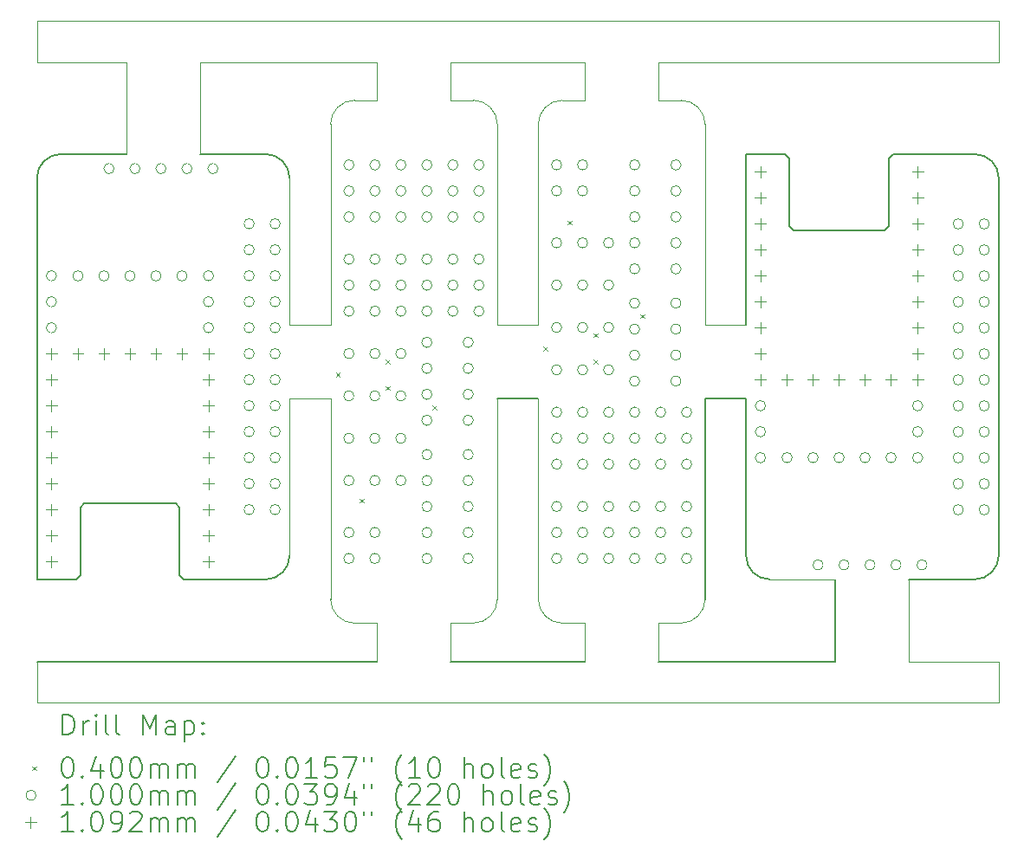
<source format=gbr>
%TF.GenerationSoftware,KiCad,Pcbnew,7.0.5*%
%TF.CreationDate,2024-01-10T23:57:24+08:00*%
%TF.ProjectId,4th,3474682e-6b69-4636-9164-5f7063625858,rev?*%
%TF.SameCoordinates,Original*%
%TF.FileFunction,Drillmap*%
%TF.FilePolarity,Positive*%
%FSLAX45Y45*%
G04 Gerber Fmt 4.5, Leading zero omitted, Abs format (unit mm)*
G04 Created by KiCad (PCBNEW 7.0.5) date 2024-01-10 23:57:24*
%MOMM*%
%LPD*%
G01*
G04 APERTURE LIST*
%ADD10C,0.100000*%
%ADD11C,0.150000*%
%ADD12C,0.200000*%
%ADD13C,0.040000*%
%ADD14C,0.109220*%
G04 APERTURE END LIST*
D10*
X6945000Y-6338500D02*
X6945000Y-8299000D01*
X4040000Y-3049000D02*
X5770000Y-3049000D01*
D11*
X9375000Y-3949000D02*
X9375006Y-5618500D01*
X10250000Y-8107030D02*
X10250000Y-8908000D01*
D10*
X4040047Y-3949000D02*
X4040000Y-3049000D01*
D11*
X10809500Y-3949000D02*
X11610000Y-3949000D01*
X4680024Y-8107000D02*
X3879524Y-8107000D01*
D10*
X6945000Y-3658000D02*
X6945000Y-5618500D01*
X5770000Y-3423000D02*
X5770000Y-3049000D01*
D11*
X8975030Y-6338500D02*
X8975030Y-8298970D01*
X3799524Y-7362000D02*
X2909524Y-7362000D01*
X10809500Y-3949000D02*
X10769500Y-3989000D01*
X2680024Y-3949004D02*
G75*
G03*
X2445024Y-4184000I-4J-234996D01*
G01*
X6490000Y-8908000D02*
X7800000Y-8907970D01*
X2869524Y-8067000D02*
X2829524Y-8107000D01*
D10*
X5770000Y-8908000D02*
X5770000Y-8534000D01*
X4915024Y-5618500D02*
X5315000Y-5618500D01*
D11*
X2680024Y-3949000D02*
X3320000Y-3949000D01*
X2445024Y-8107000D02*
X2445024Y-4184000D01*
D10*
X6490000Y-3422970D02*
X6490000Y-3049000D01*
D11*
X3839524Y-8067000D02*
X3839524Y-7402000D01*
X9759500Y-3949000D02*
X9375000Y-3949000D01*
D10*
X5550000Y-8534000D02*
X5770000Y-8534000D01*
X8520000Y-3049000D02*
X11845000Y-3049000D01*
X8975030Y-3657970D02*
X8975030Y-5618500D01*
D11*
X7345030Y-6338500D02*
X6945000Y-6338500D01*
D10*
X6490000Y-8534000D02*
X6710000Y-8534000D01*
X6710000Y-8534000D02*
G75*
G03*
X6945000Y-8299000I0J235000D01*
G01*
X4915024Y-4184000D02*
X4915024Y-5618500D01*
D11*
X2445024Y-8908000D02*
X5770000Y-8908000D01*
D10*
X6945000Y-3658000D02*
G75*
G03*
X6710000Y-3423000I-235000J0D01*
G01*
X8520000Y-3422970D02*
X8740030Y-3422970D01*
X7345030Y-6338500D02*
X7345030Y-8298970D01*
X2445024Y-2649000D02*
X11845000Y-2649000D01*
X4915024Y-7872000D02*
X4915024Y-6338500D01*
D11*
X9799500Y-4654000D02*
X9799500Y-3989000D01*
D10*
X7345030Y-8298970D02*
G75*
G03*
X7580030Y-8533970I235000J0D01*
G01*
D11*
X11845000Y-4184000D02*
G75*
G03*
X11610000Y-3949000I-235000J0D01*
G01*
D10*
X7580030Y-3422970D02*
G75*
G03*
X7345030Y-3657970I0J-235000D01*
G01*
X8740030Y-8533970D02*
G75*
G03*
X8975030Y-8298970I0J235000D01*
G01*
X8520000Y-3422970D02*
X8520000Y-3049000D01*
X7800000Y-3422970D02*
X7800000Y-3049000D01*
X6490000Y-3422970D02*
X6710000Y-3423000D01*
D11*
X3839524Y-8067000D02*
X3879524Y-8107000D01*
D10*
X11845000Y-8908000D02*
X11845000Y-9308000D01*
X11845000Y-2649000D02*
X11845000Y-3049000D01*
D11*
X2869524Y-8067000D02*
X2869524Y-7402000D01*
D10*
X5315000Y-5618500D02*
X5315000Y-3658000D01*
D11*
X3839524Y-7402000D02*
X3799524Y-7362000D01*
D10*
X2445024Y-2649000D02*
X2445024Y-3049000D01*
D11*
X9375006Y-6338500D02*
X9375000Y-7872000D01*
X11845000Y-4184000D02*
X11845000Y-7872000D01*
D10*
X7800000Y-3049000D02*
X6490000Y-3049000D01*
D11*
X9839500Y-4694000D02*
X10729500Y-4694000D01*
X10729500Y-4694000D02*
X10769500Y-4654000D01*
D10*
X9610000Y-8107000D02*
X10250000Y-8107030D01*
D11*
X4680024Y-8107004D02*
G75*
G03*
X4915024Y-7872000I-4J235004D01*
G01*
D10*
X4915024Y-6338500D02*
X5315000Y-6338500D01*
X3320000Y-3949000D02*
X3320000Y-3049000D01*
X5550000Y-3423000D02*
X5770000Y-3423000D01*
D11*
X9375000Y-7872000D02*
G75*
G03*
X9610000Y-8107000I235000J0D01*
G01*
D10*
X8520000Y-8908000D02*
X8520000Y-8534000D01*
D11*
X10769500Y-4654000D02*
X10769500Y-3989000D01*
D10*
X2445024Y-9308000D02*
X11845000Y-9308000D01*
D11*
X11610000Y-8107000D02*
G75*
G03*
X11845000Y-7872000I0J235000D01*
G01*
X9759500Y-3949000D02*
X9799500Y-3989000D01*
X2445024Y-8107000D02*
X2829524Y-8107000D01*
D10*
X8975030Y-3657970D02*
G75*
G03*
X8740030Y-3422970I-235000J0D01*
G01*
X5315000Y-8299000D02*
G75*
G03*
X5550000Y-8534000I235000J0D01*
G01*
X2445024Y-3049000D02*
X3320000Y-3049000D01*
D11*
X9375006Y-6338500D02*
X8975030Y-6338500D01*
X2869524Y-7402000D02*
X2909524Y-7362000D01*
D10*
X5550000Y-3423000D02*
G75*
G03*
X5315000Y-3658000I0J-235000D01*
G01*
X7345030Y-5618500D02*
X7345030Y-3657970D01*
X2445024Y-8908000D02*
X2445024Y-9308000D01*
X5315000Y-8299000D02*
X5315000Y-6338500D01*
X6945000Y-5618500D02*
X7345030Y-5618500D01*
D11*
X10250000Y-8908000D02*
X8520000Y-8908000D01*
D10*
X7800000Y-8907970D02*
X7800000Y-8533970D01*
X6490000Y-8908000D02*
X6490000Y-8534000D01*
X7800000Y-3422970D02*
X7580030Y-3422970D01*
D11*
X4040047Y-3949000D02*
X4680024Y-3949000D01*
D10*
X8975030Y-5618500D02*
X9375006Y-5618500D01*
X7800000Y-8533970D02*
X7580030Y-8533970D01*
X10970000Y-8908000D02*
X11845000Y-8908000D01*
D11*
X4915020Y-4184000D02*
G75*
G03*
X4680024Y-3949000I-235000J0D01*
G01*
D10*
X8520000Y-8534000D02*
X8740030Y-8533970D01*
X10970000Y-8908000D02*
X10970000Y-8107030D01*
D11*
X11610000Y-8107000D02*
X10970000Y-8107030D01*
X9839500Y-4694000D02*
X9799500Y-4654000D01*
D12*
D13*
X5367000Y-6083000D02*
X5407000Y-6123000D01*
X5407000Y-6083000D02*
X5367000Y-6123000D01*
X5601000Y-7316000D02*
X5641000Y-7356000D01*
X5641000Y-7316000D02*
X5601000Y-7356000D01*
X5855000Y-5956000D02*
X5895000Y-5996000D01*
X5895000Y-5956000D02*
X5855000Y-5996000D01*
X5855000Y-6216000D02*
X5895000Y-6256000D01*
X5895000Y-6216000D02*
X5855000Y-6256000D01*
X6313000Y-6404000D02*
X6353000Y-6444000D01*
X6353000Y-6404000D02*
X6313000Y-6444000D01*
X7397030Y-5833970D02*
X7437030Y-5873970D01*
X7437030Y-5833970D02*
X7397030Y-5873970D01*
X7631000Y-4599000D02*
X7671000Y-4639000D01*
X7671000Y-4599000D02*
X7631000Y-4639000D01*
X7885030Y-5700970D02*
X7925030Y-5740970D01*
X7925030Y-5700970D02*
X7885030Y-5740970D01*
X7885030Y-5960970D02*
X7925030Y-6000970D01*
X7925030Y-5960970D02*
X7885030Y-6000970D01*
X8343000Y-5513000D02*
X8383000Y-5553000D01*
X8383000Y-5513000D02*
X8343000Y-5553000D01*
D10*
X2637024Y-5139000D02*
G75*
G03*
X2637024Y-5139000I-50000J0D01*
G01*
X2637024Y-5393000D02*
G75*
G03*
X2637024Y-5393000I-50000J0D01*
G01*
X2637024Y-5647000D02*
G75*
G03*
X2637024Y-5647000I-50000J0D01*
G01*
X2896524Y-5139000D02*
G75*
G03*
X2896524Y-5139000I-50000J0D01*
G01*
X3150524Y-5139000D02*
G75*
G03*
X3150524Y-5139000I-50000J0D01*
G01*
X3199024Y-4091000D02*
G75*
G03*
X3199024Y-4091000I-50000J0D01*
G01*
X3404524Y-5139000D02*
G75*
G03*
X3404524Y-5139000I-50000J0D01*
G01*
X3453024Y-4091000D02*
G75*
G03*
X3453024Y-4091000I-50000J0D01*
G01*
X3658524Y-5139000D02*
G75*
G03*
X3658524Y-5139000I-50000J0D01*
G01*
X3707024Y-4091000D02*
G75*
G03*
X3707024Y-4091000I-50000J0D01*
G01*
X3912524Y-5139000D02*
G75*
G03*
X3912524Y-5139000I-50000J0D01*
G01*
X3961024Y-4091000D02*
G75*
G03*
X3961024Y-4091000I-50000J0D01*
G01*
X4172024Y-5139000D02*
G75*
G03*
X4172024Y-5139000I-50000J0D01*
G01*
X4172024Y-5393000D02*
G75*
G03*
X4172024Y-5393000I-50000J0D01*
G01*
X4172024Y-5647000D02*
G75*
G03*
X4172024Y-5647000I-50000J0D01*
G01*
X4215024Y-4091000D02*
G75*
G03*
X4215024Y-4091000I-50000J0D01*
G01*
X4569024Y-4631000D02*
G75*
G03*
X4569024Y-4631000I-50000J0D01*
G01*
X4569024Y-4885000D02*
G75*
G03*
X4569024Y-4885000I-50000J0D01*
G01*
X4569024Y-5139000D02*
G75*
G03*
X4569024Y-5139000I-50000J0D01*
G01*
X4569024Y-5393000D02*
G75*
G03*
X4569024Y-5393000I-50000J0D01*
G01*
X4569024Y-5647000D02*
G75*
G03*
X4569024Y-5647000I-50000J0D01*
G01*
X4569024Y-5901000D02*
G75*
G03*
X4569024Y-5901000I-50000J0D01*
G01*
X4569024Y-6155000D02*
G75*
G03*
X4569024Y-6155000I-50000J0D01*
G01*
X4569024Y-6409000D02*
G75*
G03*
X4569024Y-6409000I-50000J0D01*
G01*
X4569024Y-6663000D02*
G75*
G03*
X4569024Y-6663000I-50000J0D01*
G01*
X4569024Y-6917000D02*
G75*
G03*
X4569024Y-6917000I-50000J0D01*
G01*
X4569024Y-7171000D02*
G75*
G03*
X4569024Y-7171000I-50000J0D01*
G01*
X4569024Y-7425000D02*
G75*
G03*
X4569024Y-7425000I-50000J0D01*
G01*
X4823024Y-4631000D02*
G75*
G03*
X4823024Y-4631000I-50000J0D01*
G01*
X4823024Y-4885000D02*
G75*
G03*
X4823024Y-4885000I-50000J0D01*
G01*
X4823024Y-5139000D02*
G75*
G03*
X4823024Y-5139000I-50000J0D01*
G01*
X4823024Y-5393000D02*
G75*
G03*
X4823024Y-5393000I-50000J0D01*
G01*
X4823024Y-5647000D02*
G75*
G03*
X4823024Y-5647000I-50000J0D01*
G01*
X4823024Y-5901000D02*
G75*
G03*
X4823024Y-5901000I-50000J0D01*
G01*
X4823024Y-6155000D02*
G75*
G03*
X4823024Y-6155000I-50000J0D01*
G01*
X4823024Y-6409000D02*
G75*
G03*
X4823024Y-6409000I-50000J0D01*
G01*
X4823024Y-6663000D02*
G75*
G03*
X4823024Y-6663000I-50000J0D01*
G01*
X4823024Y-6917000D02*
G75*
G03*
X4823024Y-6917000I-50000J0D01*
G01*
X4823024Y-7171000D02*
G75*
G03*
X4823024Y-7171000I-50000J0D01*
G01*
X4823024Y-7425000D02*
G75*
G03*
X4823024Y-7425000I-50000J0D01*
G01*
X5544000Y-5899000D02*
G75*
G03*
X5544000Y-5899000I-50000J0D01*
G01*
X5544000Y-6313000D02*
G75*
G03*
X5544000Y-6313000I-50000J0D01*
G01*
X5544000Y-6727000D02*
G75*
G03*
X5544000Y-6727000I-50000J0D01*
G01*
X5544000Y-7140000D02*
G75*
G03*
X5544000Y-7140000I-50000J0D01*
G01*
X5544000Y-7648000D02*
G75*
G03*
X5544000Y-7648000I-50000J0D01*
G01*
X5544000Y-7902000D02*
G75*
G03*
X5544000Y-7902000I-50000J0D01*
G01*
X5545000Y-4055000D02*
G75*
G03*
X5545000Y-4055000I-50000J0D01*
G01*
X5545000Y-4309000D02*
G75*
G03*
X5545000Y-4309000I-50000J0D01*
G01*
X5545000Y-4563000D02*
G75*
G03*
X5545000Y-4563000I-50000J0D01*
G01*
X5545000Y-4977000D02*
G75*
G03*
X5545000Y-4977000I-50000J0D01*
G01*
X5545000Y-5231000D02*
G75*
G03*
X5545000Y-5231000I-50000J0D01*
G01*
X5545000Y-5485000D02*
G75*
G03*
X5545000Y-5485000I-50000J0D01*
G01*
X5798000Y-5899000D02*
G75*
G03*
X5798000Y-5899000I-50000J0D01*
G01*
X5798000Y-6313000D02*
G75*
G03*
X5798000Y-6313000I-50000J0D01*
G01*
X5798000Y-6727000D02*
G75*
G03*
X5798000Y-6727000I-50000J0D01*
G01*
X5798000Y-7140000D02*
G75*
G03*
X5798000Y-7140000I-50000J0D01*
G01*
X5798000Y-7648000D02*
G75*
G03*
X5798000Y-7648000I-50000J0D01*
G01*
X5798000Y-7902000D02*
G75*
G03*
X5798000Y-7902000I-50000J0D01*
G01*
X5799000Y-4055000D02*
G75*
G03*
X5799000Y-4055000I-50000J0D01*
G01*
X5799000Y-4309000D02*
G75*
G03*
X5799000Y-4309000I-50000J0D01*
G01*
X5799000Y-4563000D02*
G75*
G03*
X5799000Y-4563000I-50000J0D01*
G01*
X5799000Y-4977000D02*
G75*
G03*
X5799000Y-4977000I-50000J0D01*
G01*
X5799000Y-5231000D02*
G75*
G03*
X5799000Y-5231000I-50000J0D01*
G01*
X5799000Y-5485000D02*
G75*
G03*
X5799000Y-5485000I-50000J0D01*
G01*
X6052000Y-5899000D02*
G75*
G03*
X6052000Y-5899000I-50000J0D01*
G01*
X6052000Y-6313000D02*
G75*
G03*
X6052000Y-6313000I-50000J0D01*
G01*
X6052000Y-6727000D02*
G75*
G03*
X6052000Y-6727000I-50000J0D01*
G01*
X6052000Y-7140000D02*
G75*
G03*
X6052000Y-7140000I-50000J0D01*
G01*
X6053000Y-4055000D02*
G75*
G03*
X6053000Y-4055000I-50000J0D01*
G01*
X6053000Y-4309000D02*
G75*
G03*
X6053000Y-4309000I-50000J0D01*
G01*
X6053000Y-4563000D02*
G75*
G03*
X6053000Y-4563000I-50000J0D01*
G01*
X6053000Y-4977000D02*
G75*
G03*
X6053000Y-4977000I-50000J0D01*
G01*
X6053000Y-5231000D02*
G75*
G03*
X6053000Y-5231000I-50000J0D01*
G01*
X6053000Y-5485000D02*
G75*
G03*
X6053000Y-5485000I-50000J0D01*
G01*
X6306000Y-5789000D02*
G75*
G03*
X6306000Y-5789000I-50000J0D01*
G01*
X6306000Y-6043000D02*
G75*
G03*
X6306000Y-6043000I-50000J0D01*
G01*
X6306000Y-6297000D02*
G75*
G03*
X6306000Y-6297000I-50000J0D01*
G01*
X6306000Y-6551000D02*
G75*
G03*
X6306000Y-6551000I-50000J0D01*
G01*
X6307000Y-4055000D02*
G75*
G03*
X6307000Y-4055000I-50000J0D01*
G01*
X6307000Y-4309000D02*
G75*
G03*
X6307000Y-4309000I-50000J0D01*
G01*
X6307000Y-4563000D02*
G75*
G03*
X6307000Y-4563000I-50000J0D01*
G01*
X6307000Y-4977000D02*
G75*
G03*
X6307000Y-4977000I-50000J0D01*
G01*
X6307000Y-5231000D02*
G75*
G03*
X6307000Y-5231000I-50000J0D01*
G01*
X6307000Y-5485000D02*
G75*
G03*
X6307000Y-5485000I-50000J0D01*
G01*
X6307000Y-6886000D02*
G75*
G03*
X6307000Y-6886000I-50000J0D01*
G01*
X6307000Y-7140000D02*
G75*
G03*
X6307000Y-7140000I-50000J0D01*
G01*
X6307000Y-7394000D02*
G75*
G03*
X6307000Y-7394000I-50000J0D01*
G01*
X6307000Y-7648000D02*
G75*
G03*
X6307000Y-7648000I-50000J0D01*
G01*
X6307000Y-7902000D02*
G75*
G03*
X6307000Y-7902000I-50000J0D01*
G01*
X6561000Y-4055000D02*
G75*
G03*
X6561000Y-4055000I-50000J0D01*
G01*
X6561000Y-4309000D02*
G75*
G03*
X6561000Y-4309000I-50000J0D01*
G01*
X6561000Y-4563000D02*
G75*
G03*
X6561000Y-4563000I-50000J0D01*
G01*
X6561000Y-4977000D02*
G75*
G03*
X6561000Y-4977000I-50000J0D01*
G01*
X6561000Y-5231000D02*
G75*
G03*
X6561000Y-5231000I-50000J0D01*
G01*
X6561000Y-5485000D02*
G75*
G03*
X6561000Y-5485000I-50000J0D01*
G01*
X6710000Y-5789000D02*
G75*
G03*
X6710000Y-5789000I-50000J0D01*
G01*
X6710000Y-6043000D02*
G75*
G03*
X6710000Y-6043000I-50000J0D01*
G01*
X6710000Y-6297000D02*
G75*
G03*
X6710000Y-6297000I-50000J0D01*
G01*
X6710000Y-6551000D02*
G75*
G03*
X6710000Y-6551000I-50000J0D01*
G01*
X6710000Y-6886000D02*
G75*
G03*
X6710000Y-6886000I-50000J0D01*
G01*
X6710000Y-7140000D02*
G75*
G03*
X6710000Y-7140000I-50000J0D01*
G01*
X6710000Y-7394000D02*
G75*
G03*
X6710000Y-7394000I-50000J0D01*
G01*
X6710000Y-7648000D02*
G75*
G03*
X6710000Y-7648000I-50000J0D01*
G01*
X6710000Y-7902000D02*
G75*
G03*
X6710000Y-7902000I-50000J0D01*
G01*
X6815000Y-4055000D02*
G75*
G03*
X6815000Y-4055000I-50000J0D01*
G01*
X6815000Y-4309000D02*
G75*
G03*
X6815000Y-4309000I-50000J0D01*
G01*
X6815000Y-4563000D02*
G75*
G03*
X6815000Y-4563000I-50000J0D01*
G01*
X6815000Y-4977000D02*
G75*
G03*
X6815000Y-4977000I-50000J0D01*
G01*
X6815000Y-5231000D02*
G75*
G03*
X6815000Y-5231000I-50000J0D01*
G01*
X6815000Y-5485000D02*
G75*
G03*
X6815000Y-5485000I-50000J0D01*
G01*
X7574030Y-4054970D02*
G75*
G03*
X7574030Y-4054970I-50000J0D01*
G01*
X7574030Y-4308970D02*
G75*
G03*
X7574030Y-4308970I-50000J0D01*
G01*
X7574030Y-4816970D02*
G75*
G03*
X7574030Y-4816970I-50000J0D01*
G01*
X7574030Y-5229970D02*
G75*
G03*
X7574030Y-5229970I-50000J0D01*
G01*
X7574030Y-5643970D02*
G75*
G03*
X7574030Y-5643970I-50000J0D01*
G01*
X7574030Y-6057970D02*
G75*
G03*
X7574030Y-6057970I-50000J0D01*
G01*
X7575030Y-6471970D02*
G75*
G03*
X7575030Y-6471970I-50000J0D01*
G01*
X7575030Y-6725970D02*
G75*
G03*
X7575030Y-6725970I-50000J0D01*
G01*
X7575030Y-6979970D02*
G75*
G03*
X7575030Y-6979970I-50000J0D01*
G01*
X7575030Y-7393970D02*
G75*
G03*
X7575030Y-7393970I-50000J0D01*
G01*
X7575030Y-7647970D02*
G75*
G03*
X7575030Y-7647970I-50000J0D01*
G01*
X7575030Y-7901970D02*
G75*
G03*
X7575030Y-7901970I-50000J0D01*
G01*
X7828030Y-4054970D02*
G75*
G03*
X7828030Y-4054970I-50000J0D01*
G01*
X7828030Y-4308970D02*
G75*
G03*
X7828030Y-4308970I-50000J0D01*
G01*
X7828030Y-4816970D02*
G75*
G03*
X7828030Y-4816970I-50000J0D01*
G01*
X7828030Y-5229970D02*
G75*
G03*
X7828030Y-5229970I-50000J0D01*
G01*
X7828030Y-5643970D02*
G75*
G03*
X7828030Y-5643970I-50000J0D01*
G01*
X7828030Y-6057970D02*
G75*
G03*
X7828030Y-6057970I-50000J0D01*
G01*
X7829030Y-6471970D02*
G75*
G03*
X7829030Y-6471970I-50000J0D01*
G01*
X7829030Y-6725970D02*
G75*
G03*
X7829030Y-6725970I-50000J0D01*
G01*
X7829030Y-6979970D02*
G75*
G03*
X7829030Y-6979970I-50000J0D01*
G01*
X7829030Y-7393970D02*
G75*
G03*
X7829030Y-7393970I-50000J0D01*
G01*
X7829030Y-7647970D02*
G75*
G03*
X7829030Y-7647970I-50000J0D01*
G01*
X7829030Y-7901970D02*
G75*
G03*
X7829030Y-7901970I-50000J0D01*
G01*
X8082030Y-4816970D02*
G75*
G03*
X8082030Y-4816970I-50000J0D01*
G01*
X8082030Y-5229970D02*
G75*
G03*
X8082030Y-5229970I-50000J0D01*
G01*
X8082030Y-5643970D02*
G75*
G03*
X8082030Y-5643970I-50000J0D01*
G01*
X8082030Y-6057970D02*
G75*
G03*
X8082030Y-6057970I-50000J0D01*
G01*
X8083030Y-6471970D02*
G75*
G03*
X8083030Y-6471970I-50000J0D01*
G01*
X8083030Y-6725970D02*
G75*
G03*
X8083030Y-6725970I-50000J0D01*
G01*
X8083030Y-6979970D02*
G75*
G03*
X8083030Y-6979970I-50000J0D01*
G01*
X8083030Y-7393970D02*
G75*
G03*
X8083030Y-7393970I-50000J0D01*
G01*
X8083030Y-7647970D02*
G75*
G03*
X8083030Y-7647970I-50000J0D01*
G01*
X8083030Y-7901970D02*
G75*
G03*
X8083030Y-7901970I-50000J0D01*
G01*
X8336030Y-5405970D02*
G75*
G03*
X8336030Y-5405970I-50000J0D01*
G01*
X8336030Y-5659970D02*
G75*
G03*
X8336030Y-5659970I-50000J0D01*
G01*
X8336030Y-5913970D02*
G75*
G03*
X8336030Y-5913970I-50000J0D01*
G01*
X8336030Y-6167970D02*
G75*
G03*
X8336030Y-6167970I-50000J0D01*
G01*
X8337030Y-4054970D02*
G75*
G03*
X8337030Y-4054970I-50000J0D01*
G01*
X8337030Y-4308970D02*
G75*
G03*
X8337030Y-4308970I-50000J0D01*
G01*
X8337030Y-4562970D02*
G75*
G03*
X8337030Y-4562970I-50000J0D01*
G01*
X8337030Y-4816970D02*
G75*
G03*
X8337030Y-4816970I-50000J0D01*
G01*
X8337030Y-5070970D02*
G75*
G03*
X8337030Y-5070970I-50000J0D01*
G01*
X8337030Y-6471970D02*
G75*
G03*
X8337030Y-6471970I-50000J0D01*
G01*
X8337030Y-6725970D02*
G75*
G03*
X8337030Y-6725970I-50000J0D01*
G01*
X8337030Y-6979970D02*
G75*
G03*
X8337030Y-6979970I-50000J0D01*
G01*
X8337030Y-7393970D02*
G75*
G03*
X8337030Y-7393970I-50000J0D01*
G01*
X8337030Y-7647970D02*
G75*
G03*
X8337030Y-7647970I-50000J0D01*
G01*
X8337030Y-7901970D02*
G75*
G03*
X8337030Y-7901970I-50000J0D01*
G01*
X8591030Y-6471970D02*
G75*
G03*
X8591030Y-6471970I-50000J0D01*
G01*
X8591030Y-6725970D02*
G75*
G03*
X8591030Y-6725970I-50000J0D01*
G01*
X8591030Y-6979970D02*
G75*
G03*
X8591030Y-6979970I-50000J0D01*
G01*
X8591030Y-7393970D02*
G75*
G03*
X8591030Y-7393970I-50000J0D01*
G01*
X8591030Y-7647970D02*
G75*
G03*
X8591030Y-7647970I-50000J0D01*
G01*
X8591030Y-7901970D02*
G75*
G03*
X8591030Y-7901970I-50000J0D01*
G01*
X8740030Y-4054970D02*
G75*
G03*
X8740030Y-4054970I-50000J0D01*
G01*
X8740030Y-4308970D02*
G75*
G03*
X8740030Y-4308970I-50000J0D01*
G01*
X8740030Y-4562970D02*
G75*
G03*
X8740030Y-4562970I-50000J0D01*
G01*
X8740030Y-4816970D02*
G75*
G03*
X8740030Y-4816970I-50000J0D01*
G01*
X8740030Y-5070970D02*
G75*
G03*
X8740030Y-5070970I-50000J0D01*
G01*
X8740030Y-5405970D02*
G75*
G03*
X8740030Y-5405970I-50000J0D01*
G01*
X8740030Y-5659970D02*
G75*
G03*
X8740030Y-5659970I-50000J0D01*
G01*
X8740030Y-5913970D02*
G75*
G03*
X8740030Y-5913970I-50000J0D01*
G01*
X8740030Y-6167970D02*
G75*
G03*
X8740030Y-6167970I-50000J0D01*
G01*
X8845030Y-6471970D02*
G75*
G03*
X8845030Y-6471970I-50000J0D01*
G01*
X8845030Y-6725970D02*
G75*
G03*
X8845030Y-6725970I-50000J0D01*
G01*
X8845030Y-6979970D02*
G75*
G03*
X8845030Y-6979970I-50000J0D01*
G01*
X8845030Y-7393970D02*
G75*
G03*
X8845030Y-7393970I-50000J0D01*
G01*
X8845030Y-7647970D02*
G75*
G03*
X8845030Y-7647970I-50000J0D01*
G01*
X8845030Y-7901970D02*
G75*
G03*
X8845030Y-7901970I-50000J0D01*
G01*
X9567000Y-6409000D02*
G75*
G03*
X9567000Y-6409000I-50000J0D01*
G01*
X9567000Y-6663000D02*
G75*
G03*
X9567000Y-6663000I-50000J0D01*
G01*
X9567000Y-6917000D02*
G75*
G03*
X9567000Y-6917000I-50000J0D01*
G01*
X9826500Y-6917000D02*
G75*
G03*
X9826500Y-6917000I-50000J0D01*
G01*
X10080500Y-6917000D02*
G75*
G03*
X10080500Y-6917000I-50000J0D01*
G01*
X10129000Y-7965000D02*
G75*
G03*
X10129000Y-7965000I-50000J0D01*
G01*
X10334500Y-6917000D02*
G75*
G03*
X10334500Y-6917000I-50000J0D01*
G01*
X10383000Y-7965000D02*
G75*
G03*
X10383000Y-7965000I-50000J0D01*
G01*
X10588500Y-6917000D02*
G75*
G03*
X10588500Y-6917000I-50000J0D01*
G01*
X10637000Y-7965000D02*
G75*
G03*
X10637000Y-7965000I-50000J0D01*
G01*
X10842500Y-6917000D02*
G75*
G03*
X10842500Y-6917000I-50000J0D01*
G01*
X10891000Y-7965000D02*
G75*
G03*
X10891000Y-7965000I-50000J0D01*
G01*
X11102000Y-6409000D02*
G75*
G03*
X11102000Y-6409000I-50000J0D01*
G01*
X11102000Y-6663000D02*
G75*
G03*
X11102000Y-6663000I-50000J0D01*
G01*
X11102000Y-6917000D02*
G75*
G03*
X11102000Y-6917000I-50000J0D01*
G01*
X11145000Y-7965000D02*
G75*
G03*
X11145000Y-7965000I-50000J0D01*
G01*
X11499000Y-4631000D02*
G75*
G03*
X11499000Y-4631000I-50000J0D01*
G01*
X11499000Y-4885000D02*
G75*
G03*
X11499000Y-4885000I-50000J0D01*
G01*
X11499000Y-5139000D02*
G75*
G03*
X11499000Y-5139000I-50000J0D01*
G01*
X11499000Y-5393000D02*
G75*
G03*
X11499000Y-5393000I-50000J0D01*
G01*
X11499000Y-5647000D02*
G75*
G03*
X11499000Y-5647000I-50000J0D01*
G01*
X11499000Y-5901000D02*
G75*
G03*
X11499000Y-5901000I-50000J0D01*
G01*
X11499000Y-6155000D02*
G75*
G03*
X11499000Y-6155000I-50000J0D01*
G01*
X11499000Y-6409000D02*
G75*
G03*
X11499000Y-6409000I-50000J0D01*
G01*
X11499000Y-6663000D02*
G75*
G03*
X11499000Y-6663000I-50000J0D01*
G01*
X11499000Y-6917000D02*
G75*
G03*
X11499000Y-6917000I-50000J0D01*
G01*
X11499000Y-7171000D02*
G75*
G03*
X11499000Y-7171000I-50000J0D01*
G01*
X11499000Y-7425000D02*
G75*
G03*
X11499000Y-7425000I-50000J0D01*
G01*
X11753000Y-4631000D02*
G75*
G03*
X11753000Y-4631000I-50000J0D01*
G01*
X11753000Y-4885000D02*
G75*
G03*
X11753000Y-4885000I-50000J0D01*
G01*
X11753000Y-5139000D02*
G75*
G03*
X11753000Y-5139000I-50000J0D01*
G01*
X11753000Y-5393000D02*
G75*
G03*
X11753000Y-5393000I-50000J0D01*
G01*
X11753000Y-5647000D02*
G75*
G03*
X11753000Y-5647000I-50000J0D01*
G01*
X11753000Y-5901000D02*
G75*
G03*
X11753000Y-5901000I-50000J0D01*
G01*
X11753000Y-6155000D02*
G75*
G03*
X11753000Y-6155000I-50000J0D01*
G01*
X11753000Y-6409000D02*
G75*
G03*
X11753000Y-6409000I-50000J0D01*
G01*
X11753000Y-6663000D02*
G75*
G03*
X11753000Y-6663000I-50000J0D01*
G01*
X11753000Y-6917000D02*
G75*
G03*
X11753000Y-6917000I-50000J0D01*
G01*
X11753000Y-7171000D02*
G75*
G03*
X11753000Y-7171000I-50000J0D01*
G01*
X11753000Y-7425000D02*
G75*
G03*
X11753000Y-7425000I-50000J0D01*
G01*
D14*
X2587024Y-5846390D02*
X2587024Y-5955610D01*
X2532414Y-5901000D02*
X2641634Y-5901000D01*
X2587024Y-6100390D02*
X2587024Y-6209610D01*
X2532414Y-6155000D02*
X2641634Y-6155000D01*
X2587024Y-6354390D02*
X2587024Y-6463610D01*
X2532414Y-6409000D02*
X2641634Y-6409000D01*
X2587024Y-6608390D02*
X2587024Y-6717610D01*
X2532414Y-6663000D02*
X2641634Y-6663000D01*
X2587024Y-6862390D02*
X2587024Y-6971610D01*
X2532414Y-6917000D02*
X2641634Y-6917000D01*
X2587024Y-7116390D02*
X2587024Y-7225610D01*
X2532414Y-7171000D02*
X2641634Y-7171000D01*
X2587024Y-7370390D02*
X2587024Y-7479610D01*
X2532414Y-7425000D02*
X2641634Y-7425000D01*
X2587024Y-7624390D02*
X2587024Y-7733610D01*
X2532414Y-7679000D02*
X2641634Y-7679000D01*
X2587024Y-7878390D02*
X2587024Y-7987610D01*
X2532414Y-7933000D02*
X2641634Y-7933000D01*
X2846524Y-5846390D02*
X2846524Y-5955610D01*
X2791914Y-5901000D02*
X2901134Y-5901000D01*
X3100524Y-5846390D02*
X3100524Y-5955610D01*
X3045914Y-5901000D02*
X3155134Y-5901000D01*
X3354524Y-5846390D02*
X3354524Y-5955610D01*
X3299914Y-5901000D02*
X3409134Y-5901000D01*
X3608524Y-5846390D02*
X3608524Y-5955610D01*
X3553914Y-5901000D02*
X3663134Y-5901000D01*
X3862524Y-5846390D02*
X3862524Y-5955610D01*
X3807914Y-5901000D02*
X3917134Y-5901000D01*
X4122024Y-5846390D02*
X4122024Y-5955610D01*
X4067414Y-5901000D02*
X4176634Y-5901000D01*
X4122024Y-6100390D02*
X4122024Y-6209610D01*
X4067414Y-6155000D02*
X4176634Y-6155000D01*
X4122024Y-6354390D02*
X4122024Y-6463610D01*
X4067414Y-6409000D02*
X4176634Y-6409000D01*
X4122024Y-6608390D02*
X4122024Y-6717610D01*
X4067414Y-6663000D02*
X4176634Y-6663000D01*
X4122024Y-6862390D02*
X4122024Y-6971610D01*
X4067414Y-6917000D02*
X4176634Y-6917000D01*
X4122024Y-7116390D02*
X4122024Y-7225610D01*
X4067414Y-7171000D02*
X4176634Y-7171000D01*
X4122024Y-7370390D02*
X4122024Y-7479610D01*
X4067414Y-7425000D02*
X4176634Y-7425000D01*
X4122024Y-7624390D02*
X4122024Y-7733610D01*
X4067414Y-7679000D02*
X4176634Y-7679000D01*
X4122024Y-7878390D02*
X4122024Y-7987610D01*
X4067414Y-7933000D02*
X4176634Y-7933000D01*
X9517000Y-4068390D02*
X9517000Y-4177610D01*
X9462390Y-4123000D02*
X9571610Y-4123000D01*
X9517000Y-4322390D02*
X9517000Y-4431610D01*
X9462390Y-4377000D02*
X9571610Y-4377000D01*
X9517000Y-4576390D02*
X9517000Y-4685610D01*
X9462390Y-4631000D02*
X9571610Y-4631000D01*
X9517000Y-4830390D02*
X9517000Y-4939610D01*
X9462390Y-4885000D02*
X9571610Y-4885000D01*
X9517000Y-5084390D02*
X9517000Y-5193610D01*
X9462390Y-5139000D02*
X9571610Y-5139000D01*
X9517000Y-5338390D02*
X9517000Y-5447610D01*
X9462390Y-5393000D02*
X9571610Y-5393000D01*
X9517000Y-5592390D02*
X9517000Y-5701610D01*
X9462390Y-5647000D02*
X9571610Y-5647000D01*
X9517000Y-5846390D02*
X9517000Y-5955610D01*
X9462390Y-5901000D02*
X9571610Y-5901000D01*
X9517000Y-6100390D02*
X9517000Y-6209610D01*
X9462390Y-6155000D02*
X9571610Y-6155000D01*
X9776500Y-6100390D02*
X9776500Y-6209610D01*
X9721890Y-6155000D02*
X9831110Y-6155000D01*
X10030500Y-6100390D02*
X10030500Y-6209610D01*
X9975890Y-6155000D02*
X10085110Y-6155000D01*
X10284500Y-6100390D02*
X10284500Y-6209610D01*
X10229890Y-6155000D02*
X10339110Y-6155000D01*
X10538500Y-6100390D02*
X10538500Y-6209610D01*
X10483890Y-6155000D02*
X10593110Y-6155000D01*
X10792500Y-6100390D02*
X10792500Y-6209610D01*
X10737890Y-6155000D02*
X10847110Y-6155000D01*
X11052000Y-4068390D02*
X11052000Y-4177610D01*
X10997390Y-4123000D02*
X11106610Y-4123000D01*
X11052000Y-4322390D02*
X11052000Y-4431610D01*
X10997390Y-4377000D02*
X11106610Y-4377000D01*
X11052000Y-4576390D02*
X11052000Y-4685610D01*
X10997390Y-4631000D02*
X11106610Y-4631000D01*
X11052000Y-4830390D02*
X11052000Y-4939610D01*
X10997390Y-4885000D02*
X11106610Y-4885000D01*
X11052000Y-5084390D02*
X11052000Y-5193610D01*
X10997390Y-5139000D02*
X11106610Y-5139000D01*
X11052000Y-5338390D02*
X11052000Y-5447610D01*
X10997390Y-5393000D02*
X11106610Y-5393000D01*
X11052000Y-5592390D02*
X11052000Y-5701610D01*
X10997390Y-5647000D02*
X11106610Y-5647000D01*
X11052000Y-5846390D02*
X11052000Y-5955610D01*
X10997390Y-5901000D02*
X11106610Y-5901000D01*
X11052000Y-6100390D02*
X11052000Y-6209610D01*
X10997390Y-6155000D02*
X11106610Y-6155000D01*
D12*
X2698300Y-9624484D02*
X2698300Y-9424484D01*
X2698300Y-9424484D02*
X2745919Y-9424484D01*
X2745919Y-9424484D02*
X2774491Y-9434008D01*
X2774491Y-9434008D02*
X2793539Y-9453055D01*
X2793539Y-9453055D02*
X2803062Y-9472103D01*
X2803062Y-9472103D02*
X2812586Y-9510198D01*
X2812586Y-9510198D02*
X2812586Y-9538770D01*
X2812586Y-9538770D02*
X2803062Y-9576865D01*
X2803062Y-9576865D02*
X2793539Y-9595912D01*
X2793539Y-9595912D02*
X2774491Y-9614960D01*
X2774491Y-9614960D02*
X2745919Y-9624484D01*
X2745919Y-9624484D02*
X2698300Y-9624484D01*
X2898300Y-9624484D02*
X2898300Y-9491150D01*
X2898300Y-9529246D02*
X2907824Y-9510198D01*
X2907824Y-9510198D02*
X2917348Y-9500674D01*
X2917348Y-9500674D02*
X2936396Y-9491150D01*
X2936396Y-9491150D02*
X2955443Y-9491150D01*
X3022110Y-9624484D02*
X3022110Y-9491150D01*
X3022110Y-9424484D02*
X3012586Y-9434008D01*
X3012586Y-9434008D02*
X3022110Y-9443531D01*
X3022110Y-9443531D02*
X3031634Y-9434008D01*
X3031634Y-9434008D02*
X3022110Y-9424484D01*
X3022110Y-9424484D02*
X3022110Y-9443531D01*
X3145919Y-9624484D02*
X3126872Y-9614960D01*
X3126872Y-9614960D02*
X3117348Y-9595912D01*
X3117348Y-9595912D02*
X3117348Y-9424484D01*
X3250681Y-9624484D02*
X3231634Y-9614960D01*
X3231634Y-9614960D02*
X3222110Y-9595912D01*
X3222110Y-9595912D02*
X3222110Y-9424484D01*
X3479253Y-9624484D02*
X3479253Y-9424484D01*
X3479253Y-9424484D02*
X3545919Y-9567341D01*
X3545919Y-9567341D02*
X3612586Y-9424484D01*
X3612586Y-9424484D02*
X3612586Y-9624484D01*
X3793538Y-9624484D02*
X3793538Y-9519722D01*
X3793538Y-9519722D02*
X3784015Y-9500674D01*
X3784015Y-9500674D02*
X3764967Y-9491150D01*
X3764967Y-9491150D02*
X3726872Y-9491150D01*
X3726872Y-9491150D02*
X3707824Y-9500674D01*
X3793538Y-9614960D02*
X3774491Y-9624484D01*
X3774491Y-9624484D02*
X3726872Y-9624484D01*
X3726872Y-9624484D02*
X3707824Y-9614960D01*
X3707824Y-9614960D02*
X3698300Y-9595912D01*
X3698300Y-9595912D02*
X3698300Y-9576865D01*
X3698300Y-9576865D02*
X3707824Y-9557817D01*
X3707824Y-9557817D02*
X3726872Y-9548293D01*
X3726872Y-9548293D02*
X3774491Y-9548293D01*
X3774491Y-9548293D02*
X3793538Y-9538770D01*
X3888777Y-9491150D02*
X3888777Y-9691150D01*
X3888777Y-9500674D02*
X3907824Y-9491150D01*
X3907824Y-9491150D02*
X3945919Y-9491150D01*
X3945919Y-9491150D02*
X3964967Y-9500674D01*
X3964967Y-9500674D02*
X3974491Y-9510198D01*
X3974491Y-9510198D02*
X3984015Y-9529246D01*
X3984015Y-9529246D02*
X3984015Y-9586389D01*
X3984015Y-9586389D02*
X3974491Y-9605436D01*
X3974491Y-9605436D02*
X3964967Y-9614960D01*
X3964967Y-9614960D02*
X3945919Y-9624484D01*
X3945919Y-9624484D02*
X3907824Y-9624484D01*
X3907824Y-9624484D02*
X3888777Y-9614960D01*
X4069729Y-9605436D02*
X4079253Y-9614960D01*
X4079253Y-9614960D02*
X4069729Y-9624484D01*
X4069729Y-9624484D02*
X4060205Y-9614960D01*
X4060205Y-9614960D02*
X4069729Y-9605436D01*
X4069729Y-9605436D02*
X4069729Y-9624484D01*
X4069729Y-9500674D02*
X4079253Y-9510198D01*
X4079253Y-9510198D02*
X4069729Y-9519722D01*
X4069729Y-9519722D02*
X4060205Y-9510198D01*
X4060205Y-9510198D02*
X4069729Y-9500674D01*
X4069729Y-9500674D02*
X4069729Y-9519722D01*
D13*
X2397524Y-9933000D02*
X2437524Y-9973000D01*
X2437524Y-9933000D02*
X2397524Y-9973000D01*
D12*
X2736396Y-9844484D02*
X2755443Y-9844484D01*
X2755443Y-9844484D02*
X2774491Y-9854008D01*
X2774491Y-9854008D02*
X2784015Y-9863531D01*
X2784015Y-9863531D02*
X2793539Y-9882579D01*
X2793539Y-9882579D02*
X2803062Y-9920674D01*
X2803062Y-9920674D02*
X2803062Y-9968293D01*
X2803062Y-9968293D02*
X2793539Y-10006389D01*
X2793539Y-10006389D02*
X2784015Y-10025436D01*
X2784015Y-10025436D02*
X2774491Y-10034960D01*
X2774491Y-10034960D02*
X2755443Y-10044484D01*
X2755443Y-10044484D02*
X2736396Y-10044484D01*
X2736396Y-10044484D02*
X2717348Y-10034960D01*
X2717348Y-10034960D02*
X2707824Y-10025436D01*
X2707824Y-10025436D02*
X2698300Y-10006389D01*
X2698300Y-10006389D02*
X2688777Y-9968293D01*
X2688777Y-9968293D02*
X2688777Y-9920674D01*
X2688777Y-9920674D02*
X2698300Y-9882579D01*
X2698300Y-9882579D02*
X2707824Y-9863531D01*
X2707824Y-9863531D02*
X2717348Y-9854008D01*
X2717348Y-9854008D02*
X2736396Y-9844484D01*
X2888777Y-10025436D02*
X2898300Y-10034960D01*
X2898300Y-10034960D02*
X2888777Y-10044484D01*
X2888777Y-10044484D02*
X2879253Y-10034960D01*
X2879253Y-10034960D02*
X2888777Y-10025436D01*
X2888777Y-10025436D02*
X2888777Y-10044484D01*
X3069729Y-9911150D02*
X3069729Y-10044484D01*
X3022110Y-9834960D02*
X2974491Y-9977817D01*
X2974491Y-9977817D02*
X3098300Y-9977817D01*
X3212586Y-9844484D02*
X3231634Y-9844484D01*
X3231634Y-9844484D02*
X3250681Y-9854008D01*
X3250681Y-9854008D02*
X3260205Y-9863531D01*
X3260205Y-9863531D02*
X3269729Y-9882579D01*
X3269729Y-9882579D02*
X3279253Y-9920674D01*
X3279253Y-9920674D02*
X3279253Y-9968293D01*
X3279253Y-9968293D02*
X3269729Y-10006389D01*
X3269729Y-10006389D02*
X3260205Y-10025436D01*
X3260205Y-10025436D02*
X3250681Y-10034960D01*
X3250681Y-10034960D02*
X3231634Y-10044484D01*
X3231634Y-10044484D02*
X3212586Y-10044484D01*
X3212586Y-10044484D02*
X3193538Y-10034960D01*
X3193538Y-10034960D02*
X3184015Y-10025436D01*
X3184015Y-10025436D02*
X3174491Y-10006389D01*
X3174491Y-10006389D02*
X3164967Y-9968293D01*
X3164967Y-9968293D02*
X3164967Y-9920674D01*
X3164967Y-9920674D02*
X3174491Y-9882579D01*
X3174491Y-9882579D02*
X3184015Y-9863531D01*
X3184015Y-9863531D02*
X3193538Y-9854008D01*
X3193538Y-9854008D02*
X3212586Y-9844484D01*
X3403062Y-9844484D02*
X3422110Y-9844484D01*
X3422110Y-9844484D02*
X3441158Y-9854008D01*
X3441158Y-9854008D02*
X3450681Y-9863531D01*
X3450681Y-9863531D02*
X3460205Y-9882579D01*
X3460205Y-9882579D02*
X3469729Y-9920674D01*
X3469729Y-9920674D02*
X3469729Y-9968293D01*
X3469729Y-9968293D02*
X3460205Y-10006389D01*
X3460205Y-10006389D02*
X3450681Y-10025436D01*
X3450681Y-10025436D02*
X3441158Y-10034960D01*
X3441158Y-10034960D02*
X3422110Y-10044484D01*
X3422110Y-10044484D02*
X3403062Y-10044484D01*
X3403062Y-10044484D02*
X3384015Y-10034960D01*
X3384015Y-10034960D02*
X3374491Y-10025436D01*
X3374491Y-10025436D02*
X3364967Y-10006389D01*
X3364967Y-10006389D02*
X3355443Y-9968293D01*
X3355443Y-9968293D02*
X3355443Y-9920674D01*
X3355443Y-9920674D02*
X3364967Y-9882579D01*
X3364967Y-9882579D02*
X3374491Y-9863531D01*
X3374491Y-9863531D02*
X3384015Y-9854008D01*
X3384015Y-9854008D02*
X3403062Y-9844484D01*
X3555443Y-10044484D02*
X3555443Y-9911150D01*
X3555443Y-9930198D02*
X3564967Y-9920674D01*
X3564967Y-9920674D02*
X3584015Y-9911150D01*
X3584015Y-9911150D02*
X3612586Y-9911150D01*
X3612586Y-9911150D02*
X3631634Y-9920674D01*
X3631634Y-9920674D02*
X3641158Y-9939722D01*
X3641158Y-9939722D02*
X3641158Y-10044484D01*
X3641158Y-9939722D02*
X3650681Y-9920674D01*
X3650681Y-9920674D02*
X3669729Y-9911150D01*
X3669729Y-9911150D02*
X3698300Y-9911150D01*
X3698300Y-9911150D02*
X3717348Y-9920674D01*
X3717348Y-9920674D02*
X3726872Y-9939722D01*
X3726872Y-9939722D02*
X3726872Y-10044484D01*
X3822110Y-10044484D02*
X3822110Y-9911150D01*
X3822110Y-9930198D02*
X3831634Y-9920674D01*
X3831634Y-9920674D02*
X3850681Y-9911150D01*
X3850681Y-9911150D02*
X3879253Y-9911150D01*
X3879253Y-9911150D02*
X3898300Y-9920674D01*
X3898300Y-9920674D02*
X3907824Y-9939722D01*
X3907824Y-9939722D02*
X3907824Y-10044484D01*
X3907824Y-9939722D02*
X3917348Y-9920674D01*
X3917348Y-9920674D02*
X3936396Y-9911150D01*
X3936396Y-9911150D02*
X3964967Y-9911150D01*
X3964967Y-9911150D02*
X3984015Y-9920674D01*
X3984015Y-9920674D02*
X3993539Y-9939722D01*
X3993539Y-9939722D02*
X3993539Y-10044484D01*
X4384015Y-9834960D02*
X4212586Y-10092103D01*
X4641158Y-9844484D02*
X4660205Y-9844484D01*
X4660205Y-9844484D02*
X4679253Y-9854008D01*
X4679253Y-9854008D02*
X4688777Y-9863531D01*
X4688777Y-9863531D02*
X4698301Y-9882579D01*
X4698301Y-9882579D02*
X4707824Y-9920674D01*
X4707824Y-9920674D02*
X4707824Y-9968293D01*
X4707824Y-9968293D02*
X4698301Y-10006389D01*
X4698301Y-10006389D02*
X4688777Y-10025436D01*
X4688777Y-10025436D02*
X4679253Y-10034960D01*
X4679253Y-10034960D02*
X4660205Y-10044484D01*
X4660205Y-10044484D02*
X4641158Y-10044484D01*
X4641158Y-10044484D02*
X4622110Y-10034960D01*
X4622110Y-10034960D02*
X4612586Y-10025436D01*
X4612586Y-10025436D02*
X4603063Y-10006389D01*
X4603063Y-10006389D02*
X4593539Y-9968293D01*
X4593539Y-9968293D02*
X4593539Y-9920674D01*
X4593539Y-9920674D02*
X4603063Y-9882579D01*
X4603063Y-9882579D02*
X4612586Y-9863531D01*
X4612586Y-9863531D02*
X4622110Y-9854008D01*
X4622110Y-9854008D02*
X4641158Y-9844484D01*
X4793539Y-10025436D02*
X4803063Y-10034960D01*
X4803063Y-10034960D02*
X4793539Y-10044484D01*
X4793539Y-10044484D02*
X4784015Y-10034960D01*
X4784015Y-10034960D02*
X4793539Y-10025436D01*
X4793539Y-10025436D02*
X4793539Y-10044484D01*
X4926872Y-9844484D02*
X4945920Y-9844484D01*
X4945920Y-9844484D02*
X4964967Y-9854008D01*
X4964967Y-9854008D02*
X4974491Y-9863531D01*
X4974491Y-9863531D02*
X4984015Y-9882579D01*
X4984015Y-9882579D02*
X4993539Y-9920674D01*
X4993539Y-9920674D02*
X4993539Y-9968293D01*
X4993539Y-9968293D02*
X4984015Y-10006389D01*
X4984015Y-10006389D02*
X4974491Y-10025436D01*
X4974491Y-10025436D02*
X4964967Y-10034960D01*
X4964967Y-10034960D02*
X4945920Y-10044484D01*
X4945920Y-10044484D02*
X4926872Y-10044484D01*
X4926872Y-10044484D02*
X4907824Y-10034960D01*
X4907824Y-10034960D02*
X4898301Y-10025436D01*
X4898301Y-10025436D02*
X4888777Y-10006389D01*
X4888777Y-10006389D02*
X4879253Y-9968293D01*
X4879253Y-9968293D02*
X4879253Y-9920674D01*
X4879253Y-9920674D02*
X4888777Y-9882579D01*
X4888777Y-9882579D02*
X4898301Y-9863531D01*
X4898301Y-9863531D02*
X4907824Y-9854008D01*
X4907824Y-9854008D02*
X4926872Y-9844484D01*
X5184015Y-10044484D02*
X5069729Y-10044484D01*
X5126872Y-10044484D02*
X5126872Y-9844484D01*
X5126872Y-9844484D02*
X5107824Y-9873055D01*
X5107824Y-9873055D02*
X5088777Y-9892103D01*
X5088777Y-9892103D02*
X5069729Y-9901627D01*
X5364967Y-9844484D02*
X5269729Y-9844484D01*
X5269729Y-9844484D02*
X5260205Y-9939722D01*
X5260205Y-9939722D02*
X5269729Y-9930198D01*
X5269729Y-9930198D02*
X5288777Y-9920674D01*
X5288777Y-9920674D02*
X5336396Y-9920674D01*
X5336396Y-9920674D02*
X5355444Y-9930198D01*
X5355444Y-9930198D02*
X5364967Y-9939722D01*
X5364967Y-9939722D02*
X5374491Y-9958770D01*
X5374491Y-9958770D02*
X5374491Y-10006389D01*
X5374491Y-10006389D02*
X5364967Y-10025436D01*
X5364967Y-10025436D02*
X5355444Y-10034960D01*
X5355444Y-10034960D02*
X5336396Y-10044484D01*
X5336396Y-10044484D02*
X5288777Y-10044484D01*
X5288777Y-10044484D02*
X5269729Y-10034960D01*
X5269729Y-10034960D02*
X5260205Y-10025436D01*
X5441158Y-9844484D02*
X5574491Y-9844484D01*
X5574491Y-9844484D02*
X5488777Y-10044484D01*
X5641158Y-9844484D02*
X5641158Y-9882579D01*
X5717348Y-9844484D02*
X5717348Y-9882579D01*
X6012586Y-10120674D02*
X6003063Y-10111150D01*
X6003063Y-10111150D02*
X5984015Y-10082579D01*
X5984015Y-10082579D02*
X5974491Y-10063531D01*
X5974491Y-10063531D02*
X5964967Y-10034960D01*
X5964967Y-10034960D02*
X5955444Y-9987341D01*
X5955444Y-9987341D02*
X5955444Y-9949246D01*
X5955444Y-9949246D02*
X5964967Y-9901627D01*
X5964967Y-9901627D02*
X5974491Y-9873055D01*
X5974491Y-9873055D02*
X5984015Y-9854008D01*
X5984015Y-9854008D02*
X6003063Y-9825436D01*
X6003063Y-9825436D02*
X6012586Y-9815912D01*
X6193539Y-10044484D02*
X6079253Y-10044484D01*
X6136396Y-10044484D02*
X6136396Y-9844484D01*
X6136396Y-9844484D02*
X6117348Y-9873055D01*
X6117348Y-9873055D02*
X6098301Y-9892103D01*
X6098301Y-9892103D02*
X6079253Y-9901627D01*
X6317348Y-9844484D02*
X6336396Y-9844484D01*
X6336396Y-9844484D02*
X6355444Y-9854008D01*
X6355444Y-9854008D02*
X6364967Y-9863531D01*
X6364967Y-9863531D02*
X6374491Y-9882579D01*
X6374491Y-9882579D02*
X6384015Y-9920674D01*
X6384015Y-9920674D02*
X6384015Y-9968293D01*
X6384015Y-9968293D02*
X6374491Y-10006389D01*
X6374491Y-10006389D02*
X6364967Y-10025436D01*
X6364967Y-10025436D02*
X6355444Y-10034960D01*
X6355444Y-10034960D02*
X6336396Y-10044484D01*
X6336396Y-10044484D02*
X6317348Y-10044484D01*
X6317348Y-10044484D02*
X6298301Y-10034960D01*
X6298301Y-10034960D02*
X6288777Y-10025436D01*
X6288777Y-10025436D02*
X6279253Y-10006389D01*
X6279253Y-10006389D02*
X6269729Y-9968293D01*
X6269729Y-9968293D02*
X6269729Y-9920674D01*
X6269729Y-9920674D02*
X6279253Y-9882579D01*
X6279253Y-9882579D02*
X6288777Y-9863531D01*
X6288777Y-9863531D02*
X6298301Y-9854008D01*
X6298301Y-9854008D02*
X6317348Y-9844484D01*
X6622110Y-10044484D02*
X6622110Y-9844484D01*
X6707825Y-10044484D02*
X6707825Y-9939722D01*
X6707825Y-9939722D02*
X6698301Y-9920674D01*
X6698301Y-9920674D02*
X6679253Y-9911150D01*
X6679253Y-9911150D02*
X6650682Y-9911150D01*
X6650682Y-9911150D02*
X6631634Y-9920674D01*
X6631634Y-9920674D02*
X6622110Y-9930198D01*
X6831634Y-10044484D02*
X6812586Y-10034960D01*
X6812586Y-10034960D02*
X6803063Y-10025436D01*
X6803063Y-10025436D02*
X6793539Y-10006389D01*
X6793539Y-10006389D02*
X6793539Y-9949246D01*
X6793539Y-9949246D02*
X6803063Y-9930198D01*
X6803063Y-9930198D02*
X6812586Y-9920674D01*
X6812586Y-9920674D02*
X6831634Y-9911150D01*
X6831634Y-9911150D02*
X6860206Y-9911150D01*
X6860206Y-9911150D02*
X6879253Y-9920674D01*
X6879253Y-9920674D02*
X6888777Y-9930198D01*
X6888777Y-9930198D02*
X6898301Y-9949246D01*
X6898301Y-9949246D02*
X6898301Y-10006389D01*
X6898301Y-10006389D02*
X6888777Y-10025436D01*
X6888777Y-10025436D02*
X6879253Y-10034960D01*
X6879253Y-10034960D02*
X6860206Y-10044484D01*
X6860206Y-10044484D02*
X6831634Y-10044484D01*
X7012586Y-10044484D02*
X6993539Y-10034960D01*
X6993539Y-10034960D02*
X6984015Y-10015912D01*
X6984015Y-10015912D02*
X6984015Y-9844484D01*
X7164967Y-10034960D02*
X7145920Y-10044484D01*
X7145920Y-10044484D02*
X7107825Y-10044484D01*
X7107825Y-10044484D02*
X7088777Y-10034960D01*
X7088777Y-10034960D02*
X7079253Y-10015912D01*
X7079253Y-10015912D02*
X7079253Y-9939722D01*
X7079253Y-9939722D02*
X7088777Y-9920674D01*
X7088777Y-9920674D02*
X7107825Y-9911150D01*
X7107825Y-9911150D02*
X7145920Y-9911150D01*
X7145920Y-9911150D02*
X7164967Y-9920674D01*
X7164967Y-9920674D02*
X7174491Y-9939722D01*
X7174491Y-9939722D02*
X7174491Y-9958770D01*
X7174491Y-9958770D02*
X7079253Y-9977817D01*
X7250682Y-10034960D02*
X7269729Y-10044484D01*
X7269729Y-10044484D02*
X7307825Y-10044484D01*
X7307825Y-10044484D02*
X7326872Y-10034960D01*
X7326872Y-10034960D02*
X7336396Y-10015912D01*
X7336396Y-10015912D02*
X7336396Y-10006389D01*
X7336396Y-10006389D02*
X7326872Y-9987341D01*
X7326872Y-9987341D02*
X7307825Y-9977817D01*
X7307825Y-9977817D02*
X7279253Y-9977817D01*
X7279253Y-9977817D02*
X7260206Y-9968293D01*
X7260206Y-9968293D02*
X7250682Y-9949246D01*
X7250682Y-9949246D02*
X7250682Y-9939722D01*
X7250682Y-9939722D02*
X7260206Y-9920674D01*
X7260206Y-9920674D02*
X7279253Y-9911150D01*
X7279253Y-9911150D02*
X7307825Y-9911150D01*
X7307825Y-9911150D02*
X7326872Y-9920674D01*
X7403063Y-10120674D02*
X7412587Y-10111150D01*
X7412587Y-10111150D02*
X7431634Y-10082579D01*
X7431634Y-10082579D02*
X7441158Y-10063531D01*
X7441158Y-10063531D02*
X7450682Y-10034960D01*
X7450682Y-10034960D02*
X7460206Y-9987341D01*
X7460206Y-9987341D02*
X7460206Y-9949246D01*
X7460206Y-9949246D02*
X7450682Y-9901627D01*
X7450682Y-9901627D02*
X7441158Y-9873055D01*
X7441158Y-9873055D02*
X7431634Y-9854008D01*
X7431634Y-9854008D02*
X7412587Y-9825436D01*
X7412587Y-9825436D02*
X7403063Y-9815912D01*
D10*
X2437524Y-10217000D02*
G75*
G03*
X2437524Y-10217000I-50000J0D01*
G01*
D12*
X2803062Y-10308484D02*
X2688777Y-10308484D01*
X2745919Y-10308484D02*
X2745919Y-10108484D01*
X2745919Y-10108484D02*
X2726872Y-10137055D01*
X2726872Y-10137055D02*
X2707824Y-10156103D01*
X2707824Y-10156103D02*
X2688777Y-10165627D01*
X2888777Y-10289436D02*
X2898300Y-10298960D01*
X2898300Y-10298960D02*
X2888777Y-10308484D01*
X2888777Y-10308484D02*
X2879253Y-10298960D01*
X2879253Y-10298960D02*
X2888777Y-10289436D01*
X2888777Y-10289436D02*
X2888777Y-10308484D01*
X3022110Y-10108484D02*
X3041158Y-10108484D01*
X3041158Y-10108484D02*
X3060205Y-10118008D01*
X3060205Y-10118008D02*
X3069729Y-10127531D01*
X3069729Y-10127531D02*
X3079253Y-10146579D01*
X3079253Y-10146579D02*
X3088777Y-10184674D01*
X3088777Y-10184674D02*
X3088777Y-10232293D01*
X3088777Y-10232293D02*
X3079253Y-10270389D01*
X3079253Y-10270389D02*
X3069729Y-10289436D01*
X3069729Y-10289436D02*
X3060205Y-10298960D01*
X3060205Y-10298960D02*
X3041158Y-10308484D01*
X3041158Y-10308484D02*
X3022110Y-10308484D01*
X3022110Y-10308484D02*
X3003062Y-10298960D01*
X3003062Y-10298960D02*
X2993538Y-10289436D01*
X2993538Y-10289436D02*
X2984015Y-10270389D01*
X2984015Y-10270389D02*
X2974491Y-10232293D01*
X2974491Y-10232293D02*
X2974491Y-10184674D01*
X2974491Y-10184674D02*
X2984015Y-10146579D01*
X2984015Y-10146579D02*
X2993538Y-10127531D01*
X2993538Y-10127531D02*
X3003062Y-10118008D01*
X3003062Y-10118008D02*
X3022110Y-10108484D01*
X3212586Y-10108484D02*
X3231634Y-10108484D01*
X3231634Y-10108484D02*
X3250681Y-10118008D01*
X3250681Y-10118008D02*
X3260205Y-10127531D01*
X3260205Y-10127531D02*
X3269729Y-10146579D01*
X3269729Y-10146579D02*
X3279253Y-10184674D01*
X3279253Y-10184674D02*
X3279253Y-10232293D01*
X3279253Y-10232293D02*
X3269729Y-10270389D01*
X3269729Y-10270389D02*
X3260205Y-10289436D01*
X3260205Y-10289436D02*
X3250681Y-10298960D01*
X3250681Y-10298960D02*
X3231634Y-10308484D01*
X3231634Y-10308484D02*
X3212586Y-10308484D01*
X3212586Y-10308484D02*
X3193538Y-10298960D01*
X3193538Y-10298960D02*
X3184015Y-10289436D01*
X3184015Y-10289436D02*
X3174491Y-10270389D01*
X3174491Y-10270389D02*
X3164967Y-10232293D01*
X3164967Y-10232293D02*
X3164967Y-10184674D01*
X3164967Y-10184674D02*
X3174491Y-10146579D01*
X3174491Y-10146579D02*
X3184015Y-10127531D01*
X3184015Y-10127531D02*
X3193538Y-10118008D01*
X3193538Y-10118008D02*
X3212586Y-10108484D01*
X3403062Y-10108484D02*
X3422110Y-10108484D01*
X3422110Y-10108484D02*
X3441158Y-10118008D01*
X3441158Y-10118008D02*
X3450681Y-10127531D01*
X3450681Y-10127531D02*
X3460205Y-10146579D01*
X3460205Y-10146579D02*
X3469729Y-10184674D01*
X3469729Y-10184674D02*
X3469729Y-10232293D01*
X3469729Y-10232293D02*
X3460205Y-10270389D01*
X3460205Y-10270389D02*
X3450681Y-10289436D01*
X3450681Y-10289436D02*
X3441158Y-10298960D01*
X3441158Y-10298960D02*
X3422110Y-10308484D01*
X3422110Y-10308484D02*
X3403062Y-10308484D01*
X3403062Y-10308484D02*
X3384015Y-10298960D01*
X3384015Y-10298960D02*
X3374491Y-10289436D01*
X3374491Y-10289436D02*
X3364967Y-10270389D01*
X3364967Y-10270389D02*
X3355443Y-10232293D01*
X3355443Y-10232293D02*
X3355443Y-10184674D01*
X3355443Y-10184674D02*
X3364967Y-10146579D01*
X3364967Y-10146579D02*
X3374491Y-10127531D01*
X3374491Y-10127531D02*
X3384015Y-10118008D01*
X3384015Y-10118008D02*
X3403062Y-10108484D01*
X3555443Y-10308484D02*
X3555443Y-10175150D01*
X3555443Y-10194198D02*
X3564967Y-10184674D01*
X3564967Y-10184674D02*
X3584015Y-10175150D01*
X3584015Y-10175150D02*
X3612586Y-10175150D01*
X3612586Y-10175150D02*
X3631634Y-10184674D01*
X3631634Y-10184674D02*
X3641158Y-10203722D01*
X3641158Y-10203722D02*
X3641158Y-10308484D01*
X3641158Y-10203722D02*
X3650681Y-10184674D01*
X3650681Y-10184674D02*
X3669729Y-10175150D01*
X3669729Y-10175150D02*
X3698300Y-10175150D01*
X3698300Y-10175150D02*
X3717348Y-10184674D01*
X3717348Y-10184674D02*
X3726872Y-10203722D01*
X3726872Y-10203722D02*
X3726872Y-10308484D01*
X3822110Y-10308484D02*
X3822110Y-10175150D01*
X3822110Y-10194198D02*
X3831634Y-10184674D01*
X3831634Y-10184674D02*
X3850681Y-10175150D01*
X3850681Y-10175150D02*
X3879253Y-10175150D01*
X3879253Y-10175150D02*
X3898300Y-10184674D01*
X3898300Y-10184674D02*
X3907824Y-10203722D01*
X3907824Y-10203722D02*
X3907824Y-10308484D01*
X3907824Y-10203722D02*
X3917348Y-10184674D01*
X3917348Y-10184674D02*
X3936396Y-10175150D01*
X3936396Y-10175150D02*
X3964967Y-10175150D01*
X3964967Y-10175150D02*
X3984015Y-10184674D01*
X3984015Y-10184674D02*
X3993539Y-10203722D01*
X3993539Y-10203722D02*
X3993539Y-10308484D01*
X4384015Y-10098960D02*
X4212586Y-10356103D01*
X4641158Y-10108484D02*
X4660205Y-10108484D01*
X4660205Y-10108484D02*
X4679253Y-10118008D01*
X4679253Y-10118008D02*
X4688777Y-10127531D01*
X4688777Y-10127531D02*
X4698301Y-10146579D01*
X4698301Y-10146579D02*
X4707824Y-10184674D01*
X4707824Y-10184674D02*
X4707824Y-10232293D01*
X4707824Y-10232293D02*
X4698301Y-10270389D01*
X4698301Y-10270389D02*
X4688777Y-10289436D01*
X4688777Y-10289436D02*
X4679253Y-10298960D01*
X4679253Y-10298960D02*
X4660205Y-10308484D01*
X4660205Y-10308484D02*
X4641158Y-10308484D01*
X4641158Y-10308484D02*
X4622110Y-10298960D01*
X4622110Y-10298960D02*
X4612586Y-10289436D01*
X4612586Y-10289436D02*
X4603063Y-10270389D01*
X4603063Y-10270389D02*
X4593539Y-10232293D01*
X4593539Y-10232293D02*
X4593539Y-10184674D01*
X4593539Y-10184674D02*
X4603063Y-10146579D01*
X4603063Y-10146579D02*
X4612586Y-10127531D01*
X4612586Y-10127531D02*
X4622110Y-10118008D01*
X4622110Y-10118008D02*
X4641158Y-10108484D01*
X4793539Y-10289436D02*
X4803063Y-10298960D01*
X4803063Y-10298960D02*
X4793539Y-10308484D01*
X4793539Y-10308484D02*
X4784015Y-10298960D01*
X4784015Y-10298960D02*
X4793539Y-10289436D01*
X4793539Y-10289436D02*
X4793539Y-10308484D01*
X4926872Y-10108484D02*
X4945920Y-10108484D01*
X4945920Y-10108484D02*
X4964967Y-10118008D01*
X4964967Y-10118008D02*
X4974491Y-10127531D01*
X4974491Y-10127531D02*
X4984015Y-10146579D01*
X4984015Y-10146579D02*
X4993539Y-10184674D01*
X4993539Y-10184674D02*
X4993539Y-10232293D01*
X4993539Y-10232293D02*
X4984015Y-10270389D01*
X4984015Y-10270389D02*
X4974491Y-10289436D01*
X4974491Y-10289436D02*
X4964967Y-10298960D01*
X4964967Y-10298960D02*
X4945920Y-10308484D01*
X4945920Y-10308484D02*
X4926872Y-10308484D01*
X4926872Y-10308484D02*
X4907824Y-10298960D01*
X4907824Y-10298960D02*
X4898301Y-10289436D01*
X4898301Y-10289436D02*
X4888777Y-10270389D01*
X4888777Y-10270389D02*
X4879253Y-10232293D01*
X4879253Y-10232293D02*
X4879253Y-10184674D01*
X4879253Y-10184674D02*
X4888777Y-10146579D01*
X4888777Y-10146579D02*
X4898301Y-10127531D01*
X4898301Y-10127531D02*
X4907824Y-10118008D01*
X4907824Y-10118008D02*
X4926872Y-10108484D01*
X5060205Y-10108484D02*
X5184015Y-10108484D01*
X5184015Y-10108484D02*
X5117348Y-10184674D01*
X5117348Y-10184674D02*
X5145920Y-10184674D01*
X5145920Y-10184674D02*
X5164967Y-10194198D01*
X5164967Y-10194198D02*
X5174491Y-10203722D01*
X5174491Y-10203722D02*
X5184015Y-10222770D01*
X5184015Y-10222770D02*
X5184015Y-10270389D01*
X5184015Y-10270389D02*
X5174491Y-10289436D01*
X5174491Y-10289436D02*
X5164967Y-10298960D01*
X5164967Y-10298960D02*
X5145920Y-10308484D01*
X5145920Y-10308484D02*
X5088777Y-10308484D01*
X5088777Y-10308484D02*
X5069729Y-10298960D01*
X5069729Y-10298960D02*
X5060205Y-10289436D01*
X5279253Y-10308484D02*
X5317348Y-10308484D01*
X5317348Y-10308484D02*
X5336396Y-10298960D01*
X5336396Y-10298960D02*
X5345920Y-10289436D01*
X5345920Y-10289436D02*
X5364967Y-10260865D01*
X5364967Y-10260865D02*
X5374491Y-10222770D01*
X5374491Y-10222770D02*
X5374491Y-10146579D01*
X5374491Y-10146579D02*
X5364967Y-10127531D01*
X5364967Y-10127531D02*
X5355444Y-10118008D01*
X5355444Y-10118008D02*
X5336396Y-10108484D01*
X5336396Y-10108484D02*
X5298301Y-10108484D01*
X5298301Y-10108484D02*
X5279253Y-10118008D01*
X5279253Y-10118008D02*
X5269729Y-10127531D01*
X5269729Y-10127531D02*
X5260205Y-10146579D01*
X5260205Y-10146579D02*
X5260205Y-10194198D01*
X5260205Y-10194198D02*
X5269729Y-10213246D01*
X5269729Y-10213246D02*
X5279253Y-10222770D01*
X5279253Y-10222770D02*
X5298301Y-10232293D01*
X5298301Y-10232293D02*
X5336396Y-10232293D01*
X5336396Y-10232293D02*
X5355444Y-10222770D01*
X5355444Y-10222770D02*
X5364967Y-10213246D01*
X5364967Y-10213246D02*
X5374491Y-10194198D01*
X5545920Y-10175150D02*
X5545920Y-10308484D01*
X5498301Y-10098960D02*
X5450682Y-10241817D01*
X5450682Y-10241817D02*
X5574491Y-10241817D01*
X5641158Y-10108484D02*
X5641158Y-10146579D01*
X5717348Y-10108484D02*
X5717348Y-10146579D01*
X6012586Y-10384674D02*
X6003063Y-10375150D01*
X6003063Y-10375150D02*
X5984015Y-10346579D01*
X5984015Y-10346579D02*
X5974491Y-10327531D01*
X5974491Y-10327531D02*
X5964967Y-10298960D01*
X5964967Y-10298960D02*
X5955444Y-10251341D01*
X5955444Y-10251341D02*
X5955444Y-10213246D01*
X5955444Y-10213246D02*
X5964967Y-10165627D01*
X5964967Y-10165627D02*
X5974491Y-10137055D01*
X5974491Y-10137055D02*
X5984015Y-10118008D01*
X5984015Y-10118008D02*
X6003063Y-10089436D01*
X6003063Y-10089436D02*
X6012586Y-10079912D01*
X6079253Y-10127531D02*
X6088777Y-10118008D01*
X6088777Y-10118008D02*
X6107824Y-10108484D01*
X6107824Y-10108484D02*
X6155444Y-10108484D01*
X6155444Y-10108484D02*
X6174491Y-10118008D01*
X6174491Y-10118008D02*
X6184015Y-10127531D01*
X6184015Y-10127531D02*
X6193539Y-10146579D01*
X6193539Y-10146579D02*
X6193539Y-10165627D01*
X6193539Y-10165627D02*
X6184015Y-10194198D01*
X6184015Y-10194198D02*
X6069729Y-10308484D01*
X6069729Y-10308484D02*
X6193539Y-10308484D01*
X6269729Y-10127531D02*
X6279253Y-10118008D01*
X6279253Y-10118008D02*
X6298301Y-10108484D01*
X6298301Y-10108484D02*
X6345920Y-10108484D01*
X6345920Y-10108484D02*
X6364967Y-10118008D01*
X6364967Y-10118008D02*
X6374491Y-10127531D01*
X6374491Y-10127531D02*
X6384015Y-10146579D01*
X6384015Y-10146579D02*
X6384015Y-10165627D01*
X6384015Y-10165627D02*
X6374491Y-10194198D01*
X6374491Y-10194198D02*
X6260205Y-10308484D01*
X6260205Y-10308484D02*
X6384015Y-10308484D01*
X6507824Y-10108484D02*
X6526872Y-10108484D01*
X6526872Y-10108484D02*
X6545920Y-10118008D01*
X6545920Y-10118008D02*
X6555444Y-10127531D01*
X6555444Y-10127531D02*
X6564967Y-10146579D01*
X6564967Y-10146579D02*
X6574491Y-10184674D01*
X6574491Y-10184674D02*
X6574491Y-10232293D01*
X6574491Y-10232293D02*
X6564967Y-10270389D01*
X6564967Y-10270389D02*
X6555444Y-10289436D01*
X6555444Y-10289436D02*
X6545920Y-10298960D01*
X6545920Y-10298960D02*
X6526872Y-10308484D01*
X6526872Y-10308484D02*
X6507824Y-10308484D01*
X6507824Y-10308484D02*
X6488777Y-10298960D01*
X6488777Y-10298960D02*
X6479253Y-10289436D01*
X6479253Y-10289436D02*
X6469729Y-10270389D01*
X6469729Y-10270389D02*
X6460205Y-10232293D01*
X6460205Y-10232293D02*
X6460205Y-10184674D01*
X6460205Y-10184674D02*
X6469729Y-10146579D01*
X6469729Y-10146579D02*
X6479253Y-10127531D01*
X6479253Y-10127531D02*
X6488777Y-10118008D01*
X6488777Y-10118008D02*
X6507824Y-10108484D01*
X6812586Y-10308484D02*
X6812586Y-10108484D01*
X6898301Y-10308484D02*
X6898301Y-10203722D01*
X6898301Y-10203722D02*
X6888777Y-10184674D01*
X6888777Y-10184674D02*
X6869729Y-10175150D01*
X6869729Y-10175150D02*
X6841158Y-10175150D01*
X6841158Y-10175150D02*
X6822110Y-10184674D01*
X6822110Y-10184674D02*
X6812586Y-10194198D01*
X7022110Y-10308484D02*
X7003063Y-10298960D01*
X7003063Y-10298960D02*
X6993539Y-10289436D01*
X6993539Y-10289436D02*
X6984015Y-10270389D01*
X6984015Y-10270389D02*
X6984015Y-10213246D01*
X6984015Y-10213246D02*
X6993539Y-10194198D01*
X6993539Y-10194198D02*
X7003063Y-10184674D01*
X7003063Y-10184674D02*
X7022110Y-10175150D01*
X7022110Y-10175150D02*
X7050682Y-10175150D01*
X7050682Y-10175150D02*
X7069729Y-10184674D01*
X7069729Y-10184674D02*
X7079253Y-10194198D01*
X7079253Y-10194198D02*
X7088777Y-10213246D01*
X7088777Y-10213246D02*
X7088777Y-10270389D01*
X7088777Y-10270389D02*
X7079253Y-10289436D01*
X7079253Y-10289436D02*
X7069729Y-10298960D01*
X7069729Y-10298960D02*
X7050682Y-10308484D01*
X7050682Y-10308484D02*
X7022110Y-10308484D01*
X7203063Y-10308484D02*
X7184015Y-10298960D01*
X7184015Y-10298960D02*
X7174491Y-10279912D01*
X7174491Y-10279912D02*
X7174491Y-10108484D01*
X7355444Y-10298960D02*
X7336396Y-10308484D01*
X7336396Y-10308484D02*
X7298301Y-10308484D01*
X7298301Y-10308484D02*
X7279253Y-10298960D01*
X7279253Y-10298960D02*
X7269729Y-10279912D01*
X7269729Y-10279912D02*
X7269729Y-10203722D01*
X7269729Y-10203722D02*
X7279253Y-10184674D01*
X7279253Y-10184674D02*
X7298301Y-10175150D01*
X7298301Y-10175150D02*
X7336396Y-10175150D01*
X7336396Y-10175150D02*
X7355444Y-10184674D01*
X7355444Y-10184674D02*
X7364967Y-10203722D01*
X7364967Y-10203722D02*
X7364967Y-10222770D01*
X7364967Y-10222770D02*
X7269729Y-10241817D01*
X7441158Y-10298960D02*
X7460206Y-10308484D01*
X7460206Y-10308484D02*
X7498301Y-10308484D01*
X7498301Y-10308484D02*
X7517348Y-10298960D01*
X7517348Y-10298960D02*
X7526872Y-10279912D01*
X7526872Y-10279912D02*
X7526872Y-10270389D01*
X7526872Y-10270389D02*
X7517348Y-10251341D01*
X7517348Y-10251341D02*
X7498301Y-10241817D01*
X7498301Y-10241817D02*
X7469729Y-10241817D01*
X7469729Y-10241817D02*
X7450682Y-10232293D01*
X7450682Y-10232293D02*
X7441158Y-10213246D01*
X7441158Y-10213246D02*
X7441158Y-10203722D01*
X7441158Y-10203722D02*
X7450682Y-10184674D01*
X7450682Y-10184674D02*
X7469729Y-10175150D01*
X7469729Y-10175150D02*
X7498301Y-10175150D01*
X7498301Y-10175150D02*
X7517348Y-10184674D01*
X7593539Y-10384674D02*
X7603063Y-10375150D01*
X7603063Y-10375150D02*
X7622110Y-10346579D01*
X7622110Y-10346579D02*
X7631634Y-10327531D01*
X7631634Y-10327531D02*
X7641158Y-10298960D01*
X7641158Y-10298960D02*
X7650682Y-10251341D01*
X7650682Y-10251341D02*
X7650682Y-10213246D01*
X7650682Y-10213246D02*
X7641158Y-10165627D01*
X7641158Y-10165627D02*
X7631634Y-10137055D01*
X7631634Y-10137055D02*
X7622110Y-10118008D01*
X7622110Y-10118008D02*
X7603063Y-10089436D01*
X7603063Y-10089436D02*
X7593539Y-10079912D01*
D14*
X2382914Y-10426390D02*
X2382914Y-10535610D01*
X2328304Y-10481000D02*
X2437524Y-10481000D01*
D12*
X2803062Y-10572484D02*
X2688777Y-10572484D01*
X2745919Y-10572484D02*
X2745919Y-10372484D01*
X2745919Y-10372484D02*
X2726872Y-10401055D01*
X2726872Y-10401055D02*
X2707824Y-10420103D01*
X2707824Y-10420103D02*
X2688777Y-10429627D01*
X2888777Y-10553436D02*
X2898300Y-10562960D01*
X2898300Y-10562960D02*
X2888777Y-10572484D01*
X2888777Y-10572484D02*
X2879253Y-10562960D01*
X2879253Y-10562960D02*
X2888777Y-10553436D01*
X2888777Y-10553436D02*
X2888777Y-10572484D01*
X3022110Y-10372484D02*
X3041158Y-10372484D01*
X3041158Y-10372484D02*
X3060205Y-10382008D01*
X3060205Y-10382008D02*
X3069729Y-10391531D01*
X3069729Y-10391531D02*
X3079253Y-10410579D01*
X3079253Y-10410579D02*
X3088777Y-10448674D01*
X3088777Y-10448674D02*
X3088777Y-10496293D01*
X3088777Y-10496293D02*
X3079253Y-10534389D01*
X3079253Y-10534389D02*
X3069729Y-10553436D01*
X3069729Y-10553436D02*
X3060205Y-10562960D01*
X3060205Y-10562960D02*
X3041158Y-10572484D01*
X3041158Y-10572484D02*
X3022110Y-10572484D01*
X3022110Y-10572484D02*
X3003062Y-10562960D01*
X3003062Y-10562960D02*
X2993538Y-10553436D01*
X2993538Y-10553436D02*
X2984015Y-10534389D01*
X2984015Y-10534389D02*
X2974491Y-10496293D01*
X2974491Y-10496293D02*
X2974491Y-10448674D01*
X2974491Y-10448674D02*
X2984015Y-10410579D01*
X2984015Y-10410579D02*
X2993538Y-10391531D01*
X2993538Y-10391531D02*
X3003062Y-10382008D01*
X3003062Y-10382008D02*
X3022110Y-10372484D01*
X3184015Y-10572484D02*
X3222110Y-10572484D01*
X3222110Y-10572484D02*
X3241158Y-10562960D01*
X3241158Y-10562960D02*
X3250681Y-10553436D01*
X3250681Y-10553436D02*
X3269729Y-10524865D01*
X3269729Y-10524865D02*
X3279253Y-10486770D01*
X3279253Y-10486770D02*
X3279253Y-10410579D01*
X3279253Y-10410579D02*
X3269729Y-10391531D01*
X3269729Y-10391531D02*
X3260205Y-10382008D01*
X3260205Y-10382008D02*
X3241158Y-10372484D01*
X3241158Y-10372484D02*
X3203062Y-10372484D01*
X3203062Y-10372484D02*
X3184015Y-10382008D01*
X3184015Y-10382008D02*
X3174491Y-10391531D01*
X3174491Y-10391531D02*
X3164967Y-10410579D01*
X3164967Y-10410579D02*
X3164967Y-10458198D01*
X3164967Y-10458198D02*
X3174491Y-10477246D01*
X3174491Y-10477246D02*
X3184015Y-10486770D01*
X3184015Y-10486770D02*
X3203062Y-10496293D01*
X3203062Y-10496293D02*
X3241158Y-10496293D01*
X3241158Y-10496293D02*
X3260205Y-10486770D01*
X3260205Y-10486770D02*
X3269729Y-10477246D01*
X3269729Y-10477246D02*
X3279253Y-10458198D01*
X3355443Y-10391531D02*
X3364967Y-10382008D01*
X3364967Y-10382008D02*
X3384015Y-10372484D01*
X3384015Y-10372484D02*
X3431634Y-10372484D01*
X3431634Y-10372484D02*
X3450681Y-10382008D01*
X3450681Y-10382008D02*
X3460205Y-10391531D01*
X3460205Y-10391531D02*
X3469729Y-10410579D01*
X3469729Y-10410579D02*
X3469729Y-10429627D01*
X3469729Y-10429627D02*
X3460205Y-10458198D01*
X3460205Y-10458198D02*
X3345919Y-10572484D01*
X3345919Y-10572484D02*
X3469729Y-10572484D01*
X3555443Y-10572484D02*
X3555443Y-10439150D01*
X3555443Y-10458198D02*
X3564967Y-10448674D01*
X3564967Y-10448674D02*
X3584015Y-10439150D01*
X3584015Y-10439150D02*
X3612586Y-10439150D01*
X3612586Y-10439150D02*
X3631634Y-10448674D01*
X3631634Y-10448674D02*
X3641158Y-10467722D01*
X3641158Y-10467722D02*
X3641158Y-10572484D01*
X3641158Y-10467722D02*
X3650681Y-10448674D01*
X3650681Y-10448674D02*
X3669729Y-10439150D01*
X3669729Y-10439150D02*
X3698300Y-10439150D01*
X3698300Y-10439150D02*
X3717348Y-10448674D01*
X3717348Y-10448674D02*
X3726872Y-10467722D01*
X3726872Y-10467722D02*
X3726872Y-10572484D01*
X3822110Y-10572484D02*
X3822110Y-10439150D01*
X3822110Y-10458198D02*
X3831634Y-10448674D01*
X3831634Y-10448674D02*
X3850681Y-10439150D01*
X3850681Y-10439150D02*
X3879253Y-10439150D01*
X3879253Y-10439150D02*
X3898300Y-10448674D01*
X3898300Y-10448674D02*
X3907824Y-10467722D01*
X3907824Y-10467722D02*
X3907824Y-10572484D01*
X3907824Y-10467722D02*
X3917348Y-10448674D01*
X3917348Y-10448674D02*
X3936396Y-10439150D01*
X3936396Y-10439150D02*
X3964967Y-10439150D01*
X3964967Y-10439150D02*
X3984015Y-10448674D01*
X3984015Y-10448674D02*
X3993539Y-10467722D01*
X3993539Y-10467722D02*
X3993539Y-10572484D01*
X4384015Y-10362960D02*
X4212586Y-10620103D01*
X4641158Y-10372484D02*
X4660205Y-10372484D01*
X4660205Y-10372484D02*
X4679253Y-10382008D01*
X4679253Y-10382008D02*
X4688777Y-10391531D01*
X4688777Y-10391531D02*
X4698301Y-10410579D01*
X4698301Y-10410579D02*
X4707824Y-10448674D01*
X4707824Y-10448674D02*
X4707824Y-10496293D01*
X4707824Y-10496293D02*
X4698301Y-10534389D01*
X4698301Y-10534389D02*
X4688777Y-10553436D01*
X4688777Y-10553436D02*
X4679253Y-10562960D01*
X4679253Y-10562960D02*
X4660205Y-10572484D01*
X4660205Y-10572484D02*
X4641158Y-10572484D01*
X4641158Y-10572484D02*
X4622110Y-10562960D01*
X4622110Y-10562960D02*
X4612586Y-10553436D01*
X4612586Y-10553436D02*
X4603063Y-10534389D01*
X4603063Y-10534389D02*
X4593539Y-10496293D01*
X4593539Y-10496293D02*
X4593539Y-10448674D01*
X4593539Y-10448674D02*
X4603063Y-10410579D01*
X4603063Y-10410579D02*
X4612586Y-10391531D01*
X4612586Y-10391531D02*
X4622110Y-10382008D01*
X4622110Y-10382008D02*
X4641158Y-10372484D01*
X4793539Y-10553436D02*
X4803063Y-10562960D01*
X4803063Y-10562960D02*
X4793539Y-10572484D01*
X4793539Y-10572484D02*
X4784015Y-10562960D01*
X4784015Y-10562960D02*
X4793539Y-10553436D01*
X4793539Y-10553436D02*
X4793539Y-10572484D01*
X4926872Y-10372484D02*
X4945920Y-10372484D01*
X4945920Y-10372484D02*
X4964967Y-10382008D01*
X4964967Y-10382008D02*
X4974491Y-10391531D01*
X4974491Y-10391531D02*
X4984015Y-10410579D01*
X4984015Y-10410579D02*
X4993539Y-10448674D01*
X4993539Y-10448674D02*
X4993539Y-10496293D01*
X4993539Y-10496293D02*
X4984015Y-10534389D01*
X4984015Y-10534389D02*
X4974491Y-10553436D01*
X4974491Y-10553436D02*
X4964967Y-10562960D01*
X4964967Y-10562960D02*
X4945920Y-10572484D01*
X4945920Y-10572484D02*
X4926872Y-10572484D01*
X4926872Y-10572484D02*
X4907824Y-10562960D01*
X4907824Y-10562960D02*
X4898301Y-10553436D01*
X4898301Y-10553436D02*
X4888777Y-10534389D01*
X4888777Y-10534389D02*
X4879253Y-10496293D01*
X4879253Y-10496293D02*
X4879253Y-10448674D01*
X4879253Y-10448674D02*
X4888777Y-10410579D01*
X4888777Y-10410579D02*
X4898301Y-10391531D01*
X4898301Y-10391531D02*
X4907824Y-10382008D01*
X4907824Y-10382008D02*
X4926872Y-10372484D01*
X5164967Y-10439150D02*
X5164967Y-10572484D01*
X5117348Y-10362960D02*
X5069729Y-10505817D01*
X5069729Y-10505817D02*
X5193539Y-10505817D01*
X5250682Y-10372484D02*
X5374491Y-10372484D01*
X5374491Y-10372484D02*
X5307824Y-10448674D01*
X5307824Y-10448674D02*
X5336396Y-10448674D01*
X5336396Y-10448674D02*
X5355444Y-10458198D01*
X5355444Y-10458198D02*
X5364967Y-10467722D01*
X5364967Y-10467722D02*
X5374491Y-10486770D01*
X5374491Y-10486770D02*
X5374491Y-10534389D01*
X5374491Y-10534389D02*
X5364967Y-10553436D01*
X5364967Y-10553436D02*
X5355444Y-10562960D01*
X5355444Y-10562960D02*
X5336396Y-10572484D01*
X5336396Y-10572484D02*
X5279253Y-10572484D01*
X5279253Y-10572484D02*
X5260205Y-10562960D01*
X5260205Y-10562960D02*
X5250682Y-10553436D01*
X5498301Y-10372484D02*
X5517348Y-10372484D01*
X5517348Y-10372484D02*
X5536396Y-10382008D01*
X5536396Y-10382008D02*
X5545920Y-10391531D01*
X5545920Y-10391531D02*
X5555444Y-10410579D01*
X5555444Y-10410579D02*
X5564967Y-10448674D01*
X5564967Y-10448674D02*
X5564967Y-10496293D01*
X5564967Y-10496293D02*
X5555444Y-10534389D01*
X5555444Y-10534389D02*
X5545920Y-10553436D01*
X5545920Y-10553436D02*
X5536396Y-10562960D01*
X5536396Y-10562960D02*
X5517348Y-10572484D01*
X5517348Y-10572484D02*
X5498301Y-10572484D01*
X5498301Y-10572484D02*
X5479253Y-10562960D01*
X5479253Y-10562960D02*
X5469729Y-10553436D01*
X5469729Y-10553436D02*
X5460205Y-10534389D01*
X5460205Y-10534389D02*
X5450682Y-10496293D01*
X5450682Y-10496293D02*
X5450682Y-10448674D01*
X5450682Y-10448674D02*
X5460205Y-10410579D01*
X5460205Y-10410579D02*
X5469729Y-10391531D01*
X5469729Y-10391531D02*
X5479253Y-10382008D01*
X5479253Y-10382008D02*
X5498301Y-10372484D01*
X5641158Y-10372484D02*
X5641158Y-10410579D01*
X5717348Y-10372484D02*
X5717348Y-10410579D01*
X6012586Y-10648674D02*
X6003063Y-10639150D01*
X6003063Y-10639150D02*
X5984015Y-10610579D01*
X5984015Y-10610579D02*
X5974491Y-10591531D01*
X5974491Y-10591531D02*
X5964967Y-10562960D01*
X5964967Y-10562960D02*
X5955444Y-10515341D01*
X5955444Y-10515341D02*
X5955444Y-10477246D01*
X5955444Y-10477246D02*
X5964967Y-10429627D01*
X5964967Y-10429627D02*
X5974491Y-10401055D01*
X5974491Y-10401055D02*
X5984015Y-10382008D01*
X5984015Y-10382008D02*
X6003063Y-10353436D01*
X6003063Y-10353436D02*
X6012586Y-10343912D01*
X6174491Y-10439150D02*
X6174491Y-10572484D01*
X6126872Y-10362960D02*
X6079253Y-10505817D01*
X6079253Y-10505817D02*
X6203063Y-10505817D01*
X6364967Y-10372484D02*
X6326872Y-10372484D01*
X6326872Y-10372484D02*
X6307824Y-10382008D01*
X6307824Y-10382008D02*
X6298301Y-10391531D01*
X6298301Y-10391531D02*
X6279253Y-10420103D01*
X6279253Y-10420103D02*
X6269729Y-10458198D01*
X6269729Y-10458198D02*
X6269729Y-10534389D01*
X6269729Y-10534389D02*
X6279253Y-10553436D01*
X6279253Y-10553436D02*
X6288777Y-10562960D01*
X6288777Y-10562960D02*
X6307824Y-10572484D01*
X6307824Y-10572484D02*
X6345920Y-10572484D01*
X6345920Y-10572484D02*
X6364967Y-10562960D01*
X6364967Y-10562960D02*
X6374491Y-10553436D01*
X6374491Y-10553436D02*
X6384015Y-10534389D01*
X6384015Y-10534389D02*
X6384015Y-10486770D01*
X6384015Y-10486770D02*
X6374491Y-10467722D01*
X6374491Y-10467722D02*
X6364967Y-10458198D01*
X6364967Y-10458198D02*
X6345920Y-10448674D01*
X6345920Y-10448674D02*
X6307824Y-10448674D01*
X6307824Y-10448674D02*
X6288777Y-10458198D01*
X6288777Y-10458198D02*
X6279253Y-10467722D01*
X6279253Y-10467722D02*
X6269729Y-10486770D01*
X6622110Y-10572484D02*
X6622110Y-10372484D01*
X6707825Y-10572484D02*
X6707825Y-10467722D01*
X6707825Y-10467722D02*
X6698301Y-10448674D01*
X6698301Y-10448674D02*
X6679253Y-10439150D01*
X6679253Y-10439150D02*
X6650682Y-10439150D01*
X6650682Y-10439150D02*
X6631634Y-10448674D01*
X6631634Y-10448674D02*
X6622110Y-10458198D01*
X6831634Y-10572484D02*
X6812586Y-10562960D01*
X6812586Y-10562960D02*
X6803063Y-10553436D01*
X6803063Y-10553436D02*
X6793539Y-10534389D01*
X6793539Y-10534389D02*
X6793539Y-10477246D01*
X6793539Y-10477246D02*
X6803063Y-10458198D01*
X6803063Y-10458198D02*
X6812586Y-10448674D01*
X6812586Y-10448674D02*
X6831634Y-10439150D01*
X6831634Y-10439150D02*
X6860206Y-10439150D01*
X6860206Y-10439150D02*
X6879253Y-10448674D01*
X6879253Y-10448674D02*
X6888777Y-10458198D01*
X6888777Y-10458198D02*
X6898301Y-10477246D01*
X6898301Y-10477246D02*
X6898301Y-10534389D01*
X6898301Y-10534389D02*
X6888777Y-10553436D01*
X6888777Y-10553436D02*
X6879253Y-10562960D01*
X6879253Y-10562960D02*
X6860206Y-10572484D01*
X6860206Y-10572484D02*
X6831634Y-10572484D01*
X7012586Y-10572484D02*
X6993539Y-10562960D01*
X6993539Y-10562960D02*
X6984015Y-10543912D01*
X6984015Y-10543912D02*
X6984015Y-10372484D01*
X7164967Y-10562960D02*
X7145920Y-10572484D01*
X7145920Y-10572484D02*
X7107825Y-10572484D01*
X7107825Y-10572484D02*
X7088777Y-10562960D01*
X7088777Y-10562960D02*
X7079253Y-10543912D01*
X7079253Y-10543912D02*
X7079253Y-10467722D01*
X7079253Y-10467722D02*
X7088777Y-10448674D01*
X7088777Y-10448674D02*
X7107825Y-10439150D01*
X7107825Y-10439150D02*
X7145920Y-10439150D01*
X7145920Y-10439150D02*
X7164967Y-10448674D01*
X7164967Y-10448674D02*
X7174491Y-10467722D01*
X7174491Y-10467722D02*
X7174491Y-10486770D01*
X7174491Y-10486770D02*
X7079253Y-10505817D01*
X7250682Y-10562960D02*
X7269729Y-10572484D01*
X7269729Y-10572484D02*
X7307825Y-10572484D01*
X7307825Y-10572484D02*
X7326872Y-10562960D01*
X7326872Y-10562960D02*
X7336396Y-10543912D01*
X7336396Y-10543912D02*
X7336396Y-10534389D01*
X7336396Y-10534389D02*
X7326872Y-10515341D01*
X7326872Y-10515341D02*
X7307825Y-10505817D01*
X7307825Y-10505817D02*
X7279253Y-10505817D01*
X7279253Y-10505817D02*
X7260206Y-10496293D01*
X7260206Y-10496293D02*
X7250682Y-10477246D01*
X7250682Y-10477246D02*
X7250682Y-10467722D01*
X7250682Y-10467722D02*
X7260206Y-10448674D01*
X7260206Y-10448674D02*
X7279253Y-10439150D01*
X7279253Y-10439150D02*
X7307825Y-10439150D01*
X7307825Y-10439150D02*
X7326872Y-10448674D01*
X7403063Y-10648674D02*
X7412587Y-10639150D01*
X7412587Y-10639150D02*
X7431634Y-10610579D01*
X7431634Y-10610579D02*
X7441158Y-10591531D01*
X7441158Y-10591531D02*
X7450682Y-10562960D01*
X7450682Y-10562960D02*
X7460206Y-10515341D01*
X7460206Y-10515341D02*
X7460206Y-10477246D01*
X7460206Y-10477246D02*
X7450682Y-10429627D01*
X7450682Y-10429627D02*
X7441158Y-10401055D01*
X7441158Y-10401055D02*
X7431634Y-10382008D01*
X7431634Y-10382008D02*
X7412587Y-10353436D01*
X7412587Y-10353436D02*
X7403063Y-10343912D01*
M02*

</source>
